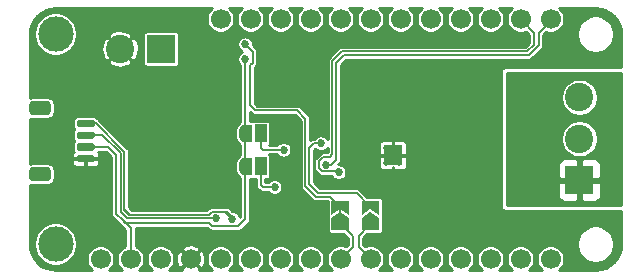
<source format=gbr>
%TF.GenerationSoftware,KiCad,Pcbnew,(5.1.6-0-10_14)*%
%TF.CreationDate,2021-10-24T22:13:31-07:00*%
%TF.ProjectId,Motor_Tester_DRV8830_Wing,4d6f746f-725f-4546-9573-7465725f4452,v01*%
%TF.SameCoordinates,Original*%
%TF.FileFunction,Copper,L2,Bot*%
%TF.FilePolarity,Positive*%
%FSLAX46Y46*%
G04 Gerber Fmt 4.6, Leading zero omitted, Abs format (unit mm)*
G04 Created by KiCad (PCBNEW (5.1.6-0-10_14)) date 2021-10-24 22:13:31*
%MOMM*%
%LPD*%
G01*
G04 APERTURE LIST*
%TA.AperFunction,SMDPad,CuDef*%
%ADD10R,1.000000X1.500000*%
%TD*%
%TA.AperFunction,SMDPad,CuDef*%
%ADD11C,0.100000*%
%TD*%
%TA.AperFunction,ComponentPad*%
%ADD12C,1.700000*%
%TD*%
%TA.AperFunction,ComponentPad*%
%ADD13C,3.000000*%
%TD*%
%TA.AperFunction,ComponentPad*%
%ADD14R,2.400000X2.400000*%
%TD*%
%TA.AperFunction,ComponentPad*%
%ADD15C,2.400000*%
%TD*%
%TA.AperFunction,ViaPad*%
%ADD16C,0.500000*%
%TD*%
%TA.AperFunction,Conductor*%
%ADD17R,1.600000X1.800000*%
%TD*%
%TA.AperFunction,ViaPad*%
%ADD18C,0.685800*%
%TD*%
%TA.AperFunction,Conductor*%
%ADD19C,0.152400*%
%TD*%
%TA.AperFunction,Conductor*%
%ADD20C,0.254000*%
%TD*%
%TA.AperFunction,Conductor*%
%ADD21C,0.203200*%
%TD*%
G04 APERTURE END LIST*
D10*
%TO.P,JP3,2*%
%TO.N,Net-(JP3-Pad2)*%
X146900000Y-87150000D03*
%TA.AperFunction,SMDPad,CuDef*%
D11*
%TO.P,JP3,3*%
%TO.N,+3V3*%
G36*
X145600000Y-87899398D02*
G01*
X145575466Y-87899398D01*
X145526635Y-87894588D01*
X145478510Y-87885016D01*
X145431555Y-87870772D01*
X145386222Y-87851995D01*
X145342949Y-87828864D01*
X145302150Y-87801604D01*
X145264221Y-87770476D01*
X145229524Y-87735779D01*
X145198396Y-87697850D01*
X145171136Y-87657051D01*
X145148005Y-87613778D01*
X145129228Y-87568445D01*
X145114984Y-87521490D01*
X145105412Y-87473365D01*
X145100602Y-87424534D01*
X145100602Y-87400000D01*
X145100000Y-87400000D01*
X145100000Y-86900000D01*
X145100602Y-86900000D01*
X145100602Y-86875466D01*
X145105412Y-86826635D01*
X145114984Y-86778510D01*
X145129228Y-86731555D01*
X145148005Y-86686222D01*
X145171136Y-86642949D01*
X145198396Y-86602150D01*
X145229524Y-86564221D01*
X145264221Y-86529524D01*
X145302150Y-86498396D01*
X145342949Y-86471136D01*
X145386222Y-86448005D01*
X145431555Y-86429228D01*
X145478510Y-86414984D01*
X145526635Y-86405412D01*
X145575466Y-86400602D01*
X145600000Y-86400602D01*
X145600000Y-86400000D01*
X146150000Y-86400000D01*
X146150000Y-87900000D01*
X145600000Y-87900000D01*
X145600000Y-87899398D01*
G37*
%TD.AperFunction*%
%TA.AperFunction,SMDPad,CuDef*%
%TO.P,JP3,1*%
%TO.N,GND*%
G36*
X147650000Y-86400000D02*
G01*
X148200000Y-86400000D01*
X148200000Y-86400602D01*
X148224534Y-86400602D01*
X148273365Y-86405412D01*
X148321490Y-86414984D01*
X148368445Y-86429228D01*
X148413778Y-86448005D01*
X148457051Y-86471136D01*
X148497850Y-86498396D01*
X148535779Y-86529524D01*
X148570476Y-86564221D01*
X148601604Y-86602150D01*
X148628864Y-86642949D01*
X148651995Y-86686222D01*
X148670772Y-86731555D01*
X148685016Y-86778510D01*
X148694588Y-86826635D01*
X148699398Y-86875466D01*
X148699398Y-86900000D01*
X148700000Y-86900000D01*
X148700000Y-87400000D01*
X148699398Y-87400000D01*
X148699398Y-87424534D01*
X148694588Y-87473365D01*
X148685016Y-87521490D01*
X148670772Y-87568445D01*
X148651995Y-87613778D01*
X148628864Y-87657051D01*
X148601604Y-87697850D01*
X148570476Y-87735779D01*
X148535779Y-87770476D01*
X148497850Y-87801604D01*
X148457051Y-87828864D01*
X148413778Y-87851995D01*
X148368445Y-87870772D01*
X148321490Y-87885016D01*
X148273365Y-87894588D01*
X148224534Y-87899398D01*
X148200000Y-87899398D01*
X148200000Y-87900000D01*
X147650000Y-87900000D01*
X147650000Y-86400000D01*
G37*
%TD.AperFunction*%
%TD*%
D10*
%TO.P,JP4,2*%
%TO.N,Net-(JP4-Pad2)*%
X146900000Y-89950000D03*
%TA.AperFunction,SMDPad,CuDef*%
D11*
%TO.P,JP4,3*%
%TO.N,+3V3*%
G36*
X145600000Y-90699398D02*
G01*
X145575466Y-90699398D01*
X145526635Y-90694588D01*
X145478510Y-90685016D01*
X145431555Y-90670772D01*
X145386222Y-90651995D01*
X145342949Y-90628864D01*
X145302150Y-90601604D01*
X145264221Y-90570476D01*
X145229524Y-90535779D01*
X145198396Y-90497850D01*
X145171136Y-90457051D01*
X145148005Y-90413778D01*
X145129228Y-90368445D01*
X145114984Y-90321490D01*
X145105412Y-90273365D01*
X145100602Y-90224534D01*
X145100602Y-90200000D01*
X145100000Y-90200000D01*
X145100000Y-89700000D01*
X145100602Y-89700000D01*
X145100602Y-89675466D01*
X145105412Y-89626635D01*
X145114984Y-89578510D01*
X145129228Y-89531555D01*
X145148005Y-89486222D01*
X145171136Y-89442949D01*
X145198396Y-89402150D01*
X145229524Y-89364221D01*
X145264221Y-89329524D01*
X145302150Y-89298396D01*
X145342949Y-89271136D01*
X145386222Y-89248005D01*
X145431555Y-89229228D01*
X145478510Y-89214984D01*
X145526635Y-89205412D01*
X145575466Y-89200602D01*
X145600000Y-89200602D01*
X145600000Y-89200000D01*
X146150000Y-89200000D01*
X146150000Y-90700000D01*
X145600000Y-90700000D01*
X145600000Y-90699398D01*
G37*
%TD.AperFunction*%
%TA.AperFunction,SMDPad,CuDef*%
%TO.P,JP4,1*%
%TO.N,GND*%
G36*
X147650000Y-89200000D02*
G01*
X148200000Y-89200000D01*
X148200000Y-89200602D01*
X148224534Y-89200602D01*
X148273365Y-89205412D01*
X148321490Y-89214984D01*
X148368445Y-89229228D01*
X148413778Y-89248005D01*
X148457051Y-89271136D01*
X148497850Y-89298396D01*
X148535779Y-89329524D01*
X148570476Y-89364221D01*
X148601604Y-89402150D01*
X148628864Y-89442949D01*
X148651995Y-89486222D01*
X148670772Y-89531555D01*
X148685016Y-89578510D01*
X148694588Y-89626635D01*
X148699398Y-89675466D01*
X148699398Y-89700000D01*
X148700000Y-89700000D01*
X148700000Y-90200000D01*
X148699398Y-90200000D01*
X148699398Y-90224534D01*
X148694588Y-90273365D01*
X148685016Y-90321490D01*
X148670772Y-90368445D01*
X148651995Y-90413778D01*
X148628864Y-90457051D01*
X148601604Y-90497850D01*
X148570476Y-90535779D01*
X148535779Y-90570476D01*
X148497850Y-90601604D01*
X148457051Y-90628864D01*
X148413778Y-90651995D01*
X148368445Y-90670772D01*
X148321490Y-90685016D01*
X148273365Y-90694588D01*
X148224534Y-90699398D01*
X148200000Y-90699398D01*
X148200000Y-90700000D01*
X147650000Y-90700000D01*
X147650000Y-89200000D01*
G37*
%TD.AperFunction*%
%TD*%
%TA.AperFunction,SMDPad,CuDef*%
%TO.P,JP1,1*%
%TO.N,/C_MON_A4*%
G36*
X153650000Y-93825000D02*
G01*
X154400000Y-94325000D01*
X154400000Y-95325000D01*
X152900000Y-95325000D01*
X152900000Y-94325000D01*
X153650000Y-93825000D01*
G37*
%TD.AperFunction*%
%TA.AperFunction,SMDPad,CuDef*%
%TO.P,JP1,2*%
G36*
X154400000Y-92875000D02*
G01*
X154400000Y-94025000D01*
X153650000Y-93525000D01*
X152900000Y-94025000D01*
X152900000Y-92875000D01*
X154400000Y-92875000D01*
G37*
%TD.AperFunction*%
%TD*%
%TA.AperFunction,SMDPad,CuDef*%
%TO.P,JP2,1*%
%TO.N,/M_FAULT*%
G36*
X156200000Y-93825000D02*
G01*
X156950000Y-94325000D01*
X156950000Y-95325000D01*
X155450000Y-95325000D01*
X155450000Y-94325000D01*
X156200000Y-93825000D01*
G37*
%TD.AperFunction*%
%TA.AperFunction,SMDPad,CuDef*%
%TO.P,JP2,2*%
%TO.N,Net-(JP2-Pad2)*%
G36*
X156950000Y-92875000D02*
G01*
X156950000Y-94025000D01*
X156200000Y-93525000D01*
X155450000Y-94025000D01*
X155450000Y-92875000D01*
X156950000Y-92875000D01*
G37*
%TD.AperFunction*%
%TD*%
D12*
%TO.P,M1,1*%
%TO.N,Net-(M1-Pad1)*%
X133350000Y-97790000D03*
%TO.P,M1,2*%
%TO.N,+3V3*%
X135890000Y-97790000D03*
%TO.P,M1,3*%
%TO.N,Net-(M1-Pad3)*%
X138430000Y-97790000D03*
%TO.P,M1,4*%
%TO.N,GND*%
X140970000Y-97790000D03*
%TO.P,M1,5*%
%TO.N,Net-(M1-Pad5)*%
X143510000Y-97790000D03*
%TO.P,M1,6*%
%TO.N,Net-(M1-Pad6)*%
X146050000Y-97790000D03*
%TO.P,M1,7*%
%TO.N,Net-(M1-Pad7)*%
X148590000Y-97790000D03*
%TO.P,M1,8*%
%TO.N,Net-(M1-Pad8)*%
X151130000Y-97790000D03*
%TO.P,M1,9*%
%TO.N,/C_MON_A4*%
X153670000Y-97790000D03*
%TO.P,M1,10*%
%TO.N,/M_FAULT*%
X156210000Y-97790000D03*
%TO.P,M1,11*%
%TO.N,Net-(M1-Pad11)*%
X158750000Y-97790000D03*
%TO.P,M1,12*%
%TO.N,Net-(M1-Pad12)*%
X161290000Y-97790000D03*
%TO.P,M1,13*%
%TO.N,Net-(M1-Pad13)*%
X163830000Y-97790000D03*
%TO.P,M1,14*%
%TO.N,/SENSOR_RX*%
X166370000Y-97790000D03*
%TO.P,M1,15*%
%TO.N,/SENSOR_TX*%
X168910000Y-97790000D03*
%TO.P,M1,16*%
%TO.N,Net-(M1-Pad16)*%
X171450000Y-97790000D03*
%TO.P,M1,17*%
%TO.N,Net-(M1-Pad17)*%
X143510000Y-77470000D03*
%TO.P,M1,18*%
%TO.N,Net-(M1-Pad18)*%
X146050000Y-77470000D03*
%TO.P,M1,19*%
%TO.N,Net-(M1-Pad19)*%
X148590000Y-77470000D03*
%TO.P,M1,20*%
%TO.N,Net-(M1-Pad20)*%
X151130000Y-77470000D03*
%TO.P,M1,21*%
%TO.N,Net-(M1-Pad21)*%
X153670000Y-77470000D03*
%TO.P,M1,22*%
%TO.N,Net-(M1-Pad22)*%
X156210000Y-77470000D03*
%TO.P,M1,23*%
%TO.N,Net-(M1-Pad23)*%
X158750000Y-77470000D03*
%TO.P,M1,24*%
%TO.N,Net-(M1-Pad24)*%
X161290000Y-77470000D03*
%TO.P,M1,25*%
%TO.N,Net-(M1-Pad25)*%
X163830000Y-77470000D03*
%TO.P,M1,26*%
%TO.N,Net-(M1-Pad26)*%
X166370000Y-77470000D03*
%TO.P,M1,27*%
%TO.N,/SCL*%
X168910000Y-77470000D03*
%TO.P,M1,28*%
%TO.N,/SDA*%
X171450000Y-77470000D03*
D13*
%TO.P,M1,*%
%TO.N,*%
X129540000Y-96520000D03*
X129540000Y-78740000D03*
%TD*%
D14*
%TO.P,J1,1*%
%TO.N,/PWR_IN*%
X138500000Y-80000000D03*
D15*
%TO.P,J1,2*%
%TO.N,GND*%
X135000000Y-80000000D03*
%TD*%
%TO.P,J2,1*%
%TO.N,GND*%
%TA.AperFunction,SMDPad,CuDef*%
G36*
G01*
X132725000Y-89600000D02*
X131475000Y-89600000D01*
G75*
G02*
X131325000Y-89450000I0J150000D01*
G01*
X131325000Y-89150000D01*
G75*
G02*
X131475000Y-89000000I150000J0D01*
G01*
X132725000Y-89000000D01*
G75*
G02*
X132875000Y-89150000I0J-150000D01*
G01*
X132875000Y-89450000D01*
G75*
G02*
X132725000Y-89600000I-150000J0D01*
G01*
G37*
%TD.AperFunction*%
%TO.P,J2,2*%
%TO.N,+3V3*%
%TA.AperFunction,SMDPad,CuDef*%
G36*
G01*
X132725000Y-88600000D02*
X131475000Y-88600000D01*
G75*
G02*
X131325000Y-88450000I0J150000D01*
G01*
X131325000Y-88150000D01*
G75*
G02*
X131475000Y-88000000I150000J0D01*
G01*
X132725000Y-88000000D01*
G75*
G02*
X132875000Y-88150000I0J-150000D01*
G01*
X132875000Y-88450000D01*
G75*
G02*
X132725000Y-88600000I-150000J0D01*
G01*
G37*
%TD.AperFunction*%
%TO.P,J2,3*%
%TO.N,/SENSOR_RX*%
%TA.AperFunction,SMDPad,CuDef*%
G36*
G01*
X132725000Y-87600000D02*
X131475000Y-87600000D01*
G75*
G02*
X131325000Y-87450000I0J150000D01*
G01*
X131325000Y-87150000D01*
G75*
G02*
X131475000Y-87000000I150000J0D01*
G01*
X132725000Y-87000000D01*
G75*
G02*
X132875000Y-87150000I0J-150000D01*
G01*
X132875000Y-87450000D01*
G75*
G02*
X132725000Y-87600000I-150000J0D01*
G01*
G37*
%TD.AperFunction*%
%TO.P,J2,4*%
%TO.N,/SENSOR_TX*%
%TA.AperFunction,SMDPad,CuDef*%
G36*
G01*
X132725000Y-86600000D02*
X131475000Y-86600000D01*
G75*
G02*
X131325000Y-86450000I0J150000D01*
G01*
X131325000Y-86150000D01*
G75*
G02*
X131475000Y-86000000I150000J0D01*
G01*
X132725000Y-86000000D01*
G75*
G02*
X132875000Y-86150000I0J-150000D01*
G01*
X132875000Y-86450000D01*
G75*
G02*
X132725000Y-86600000I-150000J0D01*
G01*
G37*
%TD.AperFunction*%
%TO.P,J2,MP*%
%TO.N,N/C*%
%TA.AperFunction,SMDPad,CuDef*%
G36*
G01*
X128875001Y-91200000D02*
X127574999Y-91200000D01*
G75*
G02*
X127325000Y-90950001I0J249999D01*
G01*
X127325000Y-90249999D01*
G75*
G02*
X127574999Y-90000000I249999J0D01*
G01*
X128875001Y-90000000D01*
G75*
G02*
X129125000Y-90249999I0J-249999D01*
G01*
X129125000Y-90950001D01*
G75*
G02*
X128875001Y-91200000I-249999J0D01*
G01*
G37*
%TD.AperFunction*%
%TA.AperFunction,SMDPad,CuDef*%
G36*
G01*
X128875001Y-85600000D02*
X127574999Y-85600000D01*
G75*
G02*
X127325000Y-85350001I0J249999D01*
G01*
X127325000Y-84649999D01*
G75*
G02*
X127574999Y-84400000I249999J0D01*
G01*
X128875001Y-84400000D01*
G75*
G02*
X129125000Y-84649999I0J-249999D01*
G01*
X129125000Y-85350001D01*
G75*
G02*
X128875001Y-85600000I-249999J0D01*
G01*
G37*
%TD.AperFunction*%
%TD*%
D14*
%TO.P,J3,1*%
%TO.N,/M_SHIELD*%
X173900000Y-91100000D03*
D15*
%TO.P,J3,2*%
%TO.N,/M_OUT_2*%
X173900000Y-87600000D03*
%TO.P,J3,3*%
%TO.N,/M_OUT_1*%
X173900000Y-84100000D03*
%TD*%
D16*
%TO.N,GND*%
%TO.C,U2*%
X158650000Y-89650000D03*
X157550000Y-89650000D03*
X158650000Y-88350000D03*
X157550000Y-88350000D03*
D17*
X158100000Y-89000000D03*
%TD*%
D18*
%TO.N,GND*%
X129540000Y-92710000D03*
X129540000Y-82550000D03*
X133477000Y-82550000D03*
X133477000Y-77343000D03*
X135890000Y-77343000D03*
X135890000Y-82550000D03*
X165862000Y-82550000D03*
X165862000Y-85344000D03*
X152654000Y-79502000D03*
X143510000Y-91440000D03*
X137160000Y-91821000D03*
X157056666Y-91567000D03*
X155067000Y-91567000D03*
X159046332Y-91567000D03*
X161036000Y-91567000D03*
X159046332Y-86614000D03*
X155067000Y-86614000D03*
X161036000Y-86614000D03*
X157056666Y-86614000D03*
X166624000Y-92456000D03*
X172847000Y-95250000D03*
X172720000Y-80010000D03*
X142240000Y-96393000D03*
X139700000Y-96393000D03*
X147320000Y-94488000D03*
%TO.N,Net-(JP4-Pad2)*%
X148082000Y-91694000D03*
%TO.N,Net-(JP3-Pad2)*%
X148844000Y-88519000D03*
%TO.N,+3V3*%
X145595000Y-80865000D03*
%TO.N,/SCL*%
X153500000Y-90450000D03*
%TO.N,/SDA*%
X152400000Y-89800000D03*
%TO.N,/M_SHIELD*%
X176911000Y-92456000D03*
X176911000Y-82550000D03*
X171450000Y-82677000D03*
X171450000Y-92456000D03*
X176911000Y-87630000D03*
%TO.N,/SENSOR_RX*%
X143129000Y-94350000D03*
%TO.N,/SENSOR_TX*%
X144500000Y-94361000D03*
%TO.N,/C_MON_A4*%
X145595000Y-79595000D03*
%TO.N,Net-(JP2-Pad2)*%
X152000000Y-88000000D03*
%TD*%
D19*
%TO.N,Net-(JP3-Pad2)*%
X146900000Y-88052400D02*
X146900000Y-87150000D01*
X148844000Y-88519000D02*
X147366600Y-88519000D01*
X148844000Y-88519000D02*
X147066000Y-88519000D01*
X146900000Y-88353000D02*
X146900000Y-87150000D01*
X147066000Y-88519000D02*
X146900000Y-88353000D01*
%TO.N,Net-(JP4-Pad2)*%
X148082000Y-91694000D02*
X147066000Y-91694000D01*
X146900000Y-91528000D02*
X146900000Y-89950000D01*
X147066000Y-91694000D02*
X146900000Y-91528000D01*
D20*
%TO.N,+3V3*%
X135890000Y-97409000D02*
X135890000Y-97790000D01*
X135890000Y-97337374D02*
X135890000Y-97790000D01*
D21*
X145587500Y-80872500D02*
X145595000Y-80865000D01*
X145587500Y-89962500D02*
X145600000Y-89950000D01*
X145600000Y-89950000D02*
X145600000Y-87150000D01*
X145600000Y-80870000D02*
X145595000Y-80865000D01*
X145600000Y-87150000D02*
X145600000Y-80870000D01*
X132100000Y-88300000D02*
X133968990Y-88300000D01*
X133968990Y-88300000D02*
X134668990Y-89000000D01*
X145021299Y-95008701D02*
X145600000Y-94430000D01*
X142829103Y-95008701D02*
X145021299Y-95008701D01*
X142551412Y-94731010D02*
X142829103Y-95008701D01*
X136916990Y-94731010D02*
X142551412Y-94731010D01*
X145600000Y-94430000D02*
X145600000Y-89950000D01*
X134668990Y-93957819D02*
X134668990Y-93266990D01*
X136916990Y-94731010D02*
X135442181Y-94731010D01*
X134668990Y-89000000D02*
X134668990Y-93266990D01*
X135890000Y-95178828D02*
X135227086Y-94515914D01*
X135890000Y-97790000D02*
X135890000Y-95178828D01*
X135227086Y-94515914D02*
X134668990Y-93957819D01*
X135442181Y-94731010D02*
X135227086Y-94515914D01*
D19*
%TO.N,/SCL*%
X151828499Y-90074321D02*
X151828499Y-89525679D01*
X151828499Y-90074321D02*
X152125679Y-90371501D01*
X153421501Y-90371501D02*
X153500000Y-90450000D01*
X152125679Y-90371501D02*
X153421501Y-90371501D01*
X151828499Y-89525679D02*
X152204178Y-89150000D01*
X152975000Y-88925000D02*
X152975000Y-87175000D01*
X152204178Y-89150000D02*
X152750000Y-89150000D01*
X152750000Y-89150000D02*
X152975000Y-88925000D01*
X152975000Y-87175000D02*
X152975000Y-88025000D01*
X170053000Y-78613000D02*
X168910000Y-77470000D01*
X153797743Y-80213191D02*
X169468810Y-80213190D01*
X170053000Y-79629000D02*
X170053000Y-78613000D01*
X169468810Y-80213190D02*
X170053000Y-79629000D01*
X152975000Y-81035934D02*
X153797743Y-80213191D01*
X152975000Y-87175000D02*
X152975000Y-81035934D01*
%TO.N,/SDA*%
X153279810Y-89420190D02*
X152900000Y-89800000D01*
X153279810Y-81162190D02*
X153279810Y-89420190D01*
X152900000Y-89800000D02*
X152400000Y-89800000D01*
X170434000Y-79679066D02*
X169595066Y-80518000D01*
X153924000Y-80518000D02*
X153279810Y-81162190D01*
X169595066Y-80518000D02*
X153924000Y-80518000D01*
X170434000Y-79679066D02*
X170434000Y-78613000D01*
X171450000Y-77597000D02*
X171450000Y-77470000D01*
X170434000Y-78613000D02*
X171450000Y-77597000D01*
%TO.N,/SENSOR_RX*%
X135600000Y-94350000D02*
X143050000Y-94350000D01*
X133507818Y-87300000D02*
X135050000Y-88842182D01*
X135050000Y-93800000D02*
X135600000Y-94350000D01*
X132100000Y-87300000D02*
X133507818Y-87300000D01*
X135625000Y-94350000D02*
X135050000Y-93775000D01*
X143129000Y-94350000D02*
X135625000Y-94350000D01*
X135050000Y-93775000D02*
X135050000Y-93169000D01*
X135050000Y-93169000D02*
X135050000Y-93800000D01*
X135050000Y-88842182D02*
X135050000Y-93169000D01*
%TO.N,/SENSOR_TX*%
X135795190Y-94045190D02*
X142508988Y-94045190D01*
X144028499Y-93778499D02*
X144500000Y-94250000D01*
X135354810Y-93604810D02*
X135795190Y-94045190D01*
X135354810Y-88715926D02*
X135354810Y-93604810D01*
X132938884Y-86300000D02*
X135354810Y-88715926D01*
X142775679Y-93778499D02*
X144028499Y-93778499D01*
X132100000Y-86300000D02*
X132938884Y-86300000D01*
X142775679Y-93778499D02*
X142508988Y-94045190D01*
X143917499Y-93778499D02*
X142775679Y-93778499D01*
X144500000Y-94361000D02*
X143917499Y-93778499D01*
X135828190Y-94045190D02*
X135354810Y-93571810D01*
X142508988Y-94045190D02*
X135828190Y-94045190D01*
%TO.N,/M_FAULT*%
X156200000Y-94825000D02*
X155194000Y-95831000D01*
X155194000Y-95831000D02*
X155194000Y-96774000D01*
X155194000Y-96774000D02*
X156210000Y-97790000D01*
%TO.N,/C_MON_A4*%
X153650000Y-94825000D02*
X153650000Y-93375000D01*
X154686000Y-95861000D02*
X154686000Y-96774000D01*
X154686000Y-96774000D02*
X153670000Y-97790000D01*
X153650000Y-94825000D02*
X154686000Y-95861000D01*
X146217301Y-80217301D02*
X145595000Y-79595000D01*
X146450000Y-85200000D02*
X145981010Y-84731010D01*
X150000000Y-85200000D02*
X146450000Y-85200000D01*
X150700000Y-85900000D02*
X150000000Y-85200000D01*
X145981010Y-84731010D02*
X145981010Y-81399996D01*
X150700000Y-91631066D02*
X150700000Y-85900000D01*
X146217301Y-81163705D02*
X146217301Y-80217301D01*
X145981010Y-81399996D02*
X146217301Y-81163705D01*
X151575744Y-92506810D02*
X150700000Y-91631066D01*
X152781810Y-92506810D02*
X151575744Y-92506810D01*
X153650000Y-93375000D02*
X152781810Y-92506810D01*
%TO.N,Net-(M1-Pad22)*%
X156307000Y-77567000D02*
X156210000Y-77470000D01*
%TO.N,Net-(M1-Pad23)*%
X158750000Y-77470000D02*
X158750000Y-77978000D01*
%TO.N,Net-(M1-Pad24)*%
X161290000Y-77470000D02*
X161290000Y-77724000D01*
%TO.N,Net-(M1-Pad25)*%
X163860000Y-77500000D02*
X163830000Y-77470000D01*
%TO.N,Net-(JP2-Pad2)*%
X152000000Y-88000000D02*
X152000000Y-88000000D01*
X151400000Y-88000000D02*
X152000000Y-88000000D01*
X151004810Y-88395190D02*
X151400000Y-88000000D01*
X151004810Y-91441810D02*
X151004810Y-88395190D01*
X151765000Y-92202000D02*
X151004810Y-91441810D01*
X155027000Y-92202000D02*
X151765000Y-92202000D01*
X156200000Y-93375000D02*
X155027000Y-92202000D01*
%TD*%
D20*
%TO.N,/M_SHIELD*%
G36*
X177394000Y-93218000D02*
G01*
X167767000Y-93218000D01*
X167767000Y-92300000D01*
X172061928Y-92300000D01*
X172074188Y-92424482D01*
X172110498Y-92544180D01*
X172169463Y-92654494D01*
X172248815Y-92751185D01*
X172345506Y-92830537D01*
X172455820Y-92889502D01*
X172575518Y-92925812D01*
X172700000Y-92938072D01*
X173614250Y-92935000D01*
X173773000Y-92776250D01*
X173773000Y-91227000D01*
X174027000Y-91227000D01*
X174027000Y-92776250D01*
X174185750Y-92935000D01*
X175100000Y-92938072D01*
X175224482Y-92925812D01*
X175344180Y-92889502D01*
X175454494Y-92830537D01*
X175551185Y-92751185D01*
X175630537Y-92654494D01*
X175689502Y-92544180D01*
X175725812Y-92424482D01*
X175738072Y-92300000D01*
X175735000Y-91385750D01*
X175576250Y-91227000D01*
X174027000Y-91227000D01*
X173773000Y-91227000D01*
X172223750Y-91227000D01*
X172065000Y-91385750D01*
X172061928Y-92300000D01*
X167767000Y-92300000D01*
X167767000Y-89900000D01*
X172061928Y-89900000D01*
X172065000Y-90814250D01*
X172223750Y-90973000D01*
X173773000Y-90973000D01*
X173773000Y-89423750D01*
X174027000Y-89423750D01*
X174027000Y-90973000D01*
X175576250Y-90973000D01*
X175735000Y-90814250D01*
X175738072Y-89900000D01*
X175725812Y-89775518D01*
X175689502Y-89655820D01*
X175630537Y-89545506D01*
X175551185Y-89448815D01*
X175454494Y-89369463D01*
X175344180Y-89310498D01*
X175224482Y-89274188D01*
X175100000Y-89261928D01*
X174185750Y-89265000D01*
X174027000Y-89423750D01*
X173773000Y-89423750D01*
X173614250Y-89265000D01*
X172700000Y-89261928D01*
X172575518Y-89274188D01*
X172455820Y-89310498D01*
X172345506Y-89369463D01*
X172248815Y-89448815D01*
X172169463Y-89545506D01*
X172110498Y-89655820D01*
X172074188Y-89775518D01*
X172061928Y-89900000D01*
X167767000Y-89900000D01*
X167767000Y-87444285D01*
X172319000Y-87444285D01*
X172319000Y-87755715D01*
X172379757Y-88061161D01*
X172498936Y-88348884D01*
X172671957Y-88607829D01*
X172892171Y-88828043D01*
X173151116Y-89001064D01*
X173438839Y-89120243D01*
X173744285Y-89181000D01*
X174055715Y-89181000D01*
X174361161Y-89120243D01*
X174648884Y-89001064D01*
X174907829Y-88828043D01*
X175128043Y-88607829D01*
X175301064Y-88348884D01*
X175420243Y-88061161D01*
X175481000Y-87755715D01*
X175481000Y-87444285D01*
X175420243Y-87138839D01*
X175301064Y-86851116D01*
X175128043Y-86592171D01*
X174907829Y-86371957D01*
X174648884Y-86198936D01*
X174361161Y-86079757D01*
X174055715Y-86019000D01*
X173744285Y-86019000D01*
X173438839Y-86079757D01*
X173151116Y-86198936D01*
X172892171Y-86371957D01*
X172671957Y-86592171D01*
X172498936Y-86851116D01*
X172379757Y-87138839D01*
X172319000Y-87444285D01*
X167767000Y-87444285D01*
X167767000Y-83944285D01*
X172319000Y-83944285D01*
X172319000Y-84255715D01*
X172379757Y-84561161D01*
X172498936Y-84848884D01*
X172671957Y-85107829D01*
X172892171Y-85328043D01*
X173151116Y-85501064D01*
X173438839Y-85620243D01*
X173744285Y-85681000D01*
X174055715Y-85681000D01*
X174361161Y-85620243D01*
X174648884Y-85501064D01*
X174907829Y-85328043D01*
X175128043Y-85107829D01*
X175301064Y-84848884D01*
X175420243Y-84561161D01*
X175481000Y-84255715D01*
X175481000Y-83944285D01*
X175420243Y-83638839D01*
X175301064Y-83351116D01*
X175128043Y-83092171D01*
X174907829Y-82871957D01*
X174648884Y-82698936D01*
X174361161Y-82579757D01*
X174055715Y-82519000D01*
X173744285Y-82519000D01*
X173438839Y-82579757D01*
X173151116Y-82698936D01*
X172892171Y-82871957D01*
X172671957Y-83092171D01*
X172498936Y-83351116D01*
X172379757Y-83638839D01*
X172319000Y-83944285D01*
X167767000Y-83944285D01*
X167767000Y-82042000D01*
X177394001Y-82042000D01*
X177394000Y-93218000D01*
G37*
X177394000Y-93218000D02*
X167767000Y-93218000D01*
X167767000Y-92300000D01*
X172061928Y-92300000D01*
X172074188Y-92424482D01*
X172110498Y-92544180D01*
X172169463Y-92654494D01*
X172248815Y-92751185D01*
X172345506Y-92830537D01*
X172455820Y-92889502D01*
X172575518Y-92925812D01*
X172700000Y-92938072D01*
X173614250Y-92935000D01*
X173773000Y-92776250D01*
X173773000Y-91227000D01*
X174027000Y-91227000D01*
X174027000Y-92776250D01*
X174185750Y-92935000D01*
X175100000Y-92938072D01*
X175224482Y-92925812D01*
X175344180Y-92889502D01*
X175454494Y-92830537D01*
X175551185Y-92751185D01*
X175630537Y-92654494D01*
X175689502Y-92544180D01*
X175725812Y-92424482D01*
X175738072Y-92300000D01*
X175735000Y-91385750D01*
X175576250Y-91227000D01*
X174027000Y-91227000D01*
X173773000Y-91227000D01*
X172223750Y-91227000D01*
X172065000Y-91385750D01*
X172061928Y-92300000D01*
X167767000Y-92300000D01*
X167767000Y-89900000D01*
X172061928Y-89900000D01*
X172065000Y-90814250D01*
X172223750Y-90973000D01*
X173773000Y-90973000D01*
X173773000Y-89423750D01*
X174027000Y-89423750D01*
X174027000Y-90973000D01*
X175576250Y-90973000D01*
X175735000Y-90814250D01*
X175738072Y-89900000D01*
X175725812Y-89775518D01*
X175689502Y-89655820D01*
X175630537Y-89545506D01*
X175551185Y-89448815D01*
X175454494Y-89369463D01*
X175344180Y-89310498D01*
X175224482Y-89274188D01*
X175100000Y-89261928D01*
X174185750Y-89265000D01*
X174027000Y-89423750D01*
X173773000Y-89423750D01*
X173614250Y-89265000D01*
X172700000Y-89261928D01*
X172575518Y-89274188D01*
X172455820Y-89310498D01*
X172345506Y-89369463D01*
X172248815Y-89448815D01*
X172169463Y-89545506D01*
X172110498Y-89655820D01*
X172074188Y-89775518D01*
X172061928Y-89900000D01*
X167767000Y-89900000D01*
X167767000Y-87444285D01*
X172319000Y-87444285D01*
X172319000Y-87755715D01*
X172379757Y-88061161D01*
X172498936Y-88348884D01*
X172671957Y-88607829D01*
X172892171Y-88828043D01*
X173151116Y-89001064D01*
X173438839Y-89120243D01*
X173744285Y-89181000D01*
X174055715Y-89181000D01*
X174361161Y-89120243D01*
X174648884Y-89001064D01*
X174907829Y-88828043D01*
X175128043Y-88607829D01*
X175301064Y-88348884D01*
X175420243Y-88061161D01*
X175481000Y-87755715D01*
X175481000Y-87444285D01*
X175420243Y-87138839D01*
X175301064Y-86851116D01*
X175128043Y-86592171D01*
X174907829Y-86371957D01*
X174648884Y-86198936D01*
X174361161Y-86079757D01*
X174055715Y-86019000D01*
X173744285Y-86019000D01*
X173438839Y-86079757D01*
X173151116Y-86198936D01*
X172892171Y-86371957D01*
X172671957Y-86592171D01*
X172498936Y-86851116D01*
X172379757Y-87138839D01*
X172319000Y-87444285D01*
X167767000Y-87444285D01*
X167767000Y-83944285D01*
X172319000Y-83944285D01*
X172319000Y-84255715D01*
X172379757Y-84561161D01*
X172498936Y-84848884D01*
X172671957Y-85107829D01*
X172892171Y-85328043D01*
X173151116Y-85501064D01*
X173438839Y-85620243D01*
X173744285Y-85681000D01*
X174055715Y-85681000D01*
X174361161Y-85620243D01*
X174648884Y-85501064D01*
X174907829Y-85328043D01*
X175128043Y-85107829D01*
X175301064Y-84848884D01*
X175420243Y-84561161D01*
X175481000Y-84255715D01*
X175481000Y-83944285D01*
X175420243Y-83638839D01*
X175301064Y-83351116D01*
X175128043Y-83092171D01*
X174907829Y-82871957D01*
X174648884Y-82698936D01*
X174361161Y-82579757D01*
X174055715Y-82519000D01*
X173744285Y-82519000D01*
X173438839Y-82579757D01*
X173151116Y-82698936D01*
X172892171Y-82871957D01*
X172671957Y-83092171D01*
X172498936Y-83351116D01*
X172379757Y-83638839D01*
X172319000Y-83944285D01*
X167767000Y-83944285D01*
X167767000Y-82042000D01*
X177394001Y-82042000D01*
X177394000Y-93218000D01*
%TO.N,GND*%
G36*
X146148522Y-85473259D02*
G01*
X146161242Y-85488758D01*
X146176740Y-85501477D01*
X146176745Y-85501482D01*
X146197746Y-85518717D01*
X146223124Y-85539544D01*
X146262248Y-85560456D01*
X146293725Y-85577281D01*
X146370331Y-85600519D01*
X146378335Y-85601307D01*
X146430040Y-85606400D01*
X146430046Y-85606400D01*
X146449999Y-85608365D01*
X146469952Y-85606400D01*
X149831664Y-85606400D01*
X150293601Y-86068337D01*
X150293600Y-91611113D01*
X150291635Y-91631066D01*
X150293600Y-91651019D01*
X150293600Y-91651025D01*
X150295340Y-91668686D01*
X150299481Y-91710734D01*
X150305498Y-91730568D01*
X150322719Y-91787340D01*
X150360456Y-91857941D01*
X150411242Y-91919824D01*
X150426746Y-91932548D01*
X151274266Y-92780069D01*
X151286986Y-92795568D01*
X151302484Y-92808287D01*
X151302489Y-92808292D01*
X151323490Y-92825527D01*
X151348868Y-92846354D01*
X151402461Y-92875000D01*
X151419469Y-92884091D01*
X151496075Y-92907329D01*
X151504079Y-92908117D01*
X151555784Y-92913210D01*
X151555790Y-92913210D01*
X151575743Y-92915175D01*
X151595696Y-92913210D01*
X152568202Y-92913210D01*
X152568202Y-94025000D01*
X152574510Y-94089390D01*
X152593326Y-94151653D01*
X152605770Y-94174993D01*
X152593459Y-94198026D01*
X152574577Y-94260269D01*
X152568202Y-94325000D01*
X152568202Y-95325000D01*
X152574577Y-95389731D01*
X152593459Y-95451974D01*
X152624120Y-95509337D01*
X152665383Y-95559617D01*
X152715663Y-95600880D01*
X152773026Y-95631541D01*
X152835269Y-95650423D01*
X152900000Y-95656798D01*
X153907062Y-95656798D01*
X154279600Y-96029336D01*
X154279601Y-96605662D01*
X154166885Y-96718378D01*
X154014252Y-96655155D01*
X153786240Y-96609800D01*
X153553760Y-96609800D01*
X153325748Y-96655155D01*
X153110966Y-96744121D01*
X152917667Y-96873279D01*
X152753279Y-97037667D01*
X152624121Y-97230966D01*
X152535155Y-97445748D01*
X152489800Y-97673760D01*
X152489800Y-97906240D01*
X152535155Y-98134252D01*
X152624121Y-98349034D01*
X152753279Y-98542333D01*
X152915746Y-98704800D01*
X151884254Y-98704800D01*
X152046721Y-98542333D01*
X152175879Y-98349034D01*
X152264845Y-98134252D01*
X152310200Y-97906240D01*
X152310200Y-97673760D01*
X152264845Y-97445748D01*
X152175879Y-97230966D01*
X152046721Y-97037667D01*
X151882333Y-96873279D01*
X151689034Y-96744121D01*
X151474252Y-96655155D01*
X151246240Y-96609800D01*
X151013760Y-96609800D01*
X150785748Y-96655155D01*
X150570966Y-96744121D01*
X150377667Y-96873279D01*
X150213279Y-97037667D01*
X150084121Y-97230966D01*
X149995155Y-97445748D01*
X149949800Y-97673760D01*
X149949800Y-97906240D01*
X149995155Y-98134252D01*
X150084121Y-98349034D01*
X150213279Y-98542333D01*
X150375746Y-98704800D01*
X149344254Y-98704800D01*
X149506721Y-98542333D01*
X149635879Y-98349034D01*
X149724845Y-98134252D01*
X149770200Y-97906240D01*
X149770200Y-97673760D01*
X149724845Y-97445748D01*
X149635879Y-97230966D01*
X149506721Y-97037667D01*
X149342333Y-96873279D01*
X149149034Y-96744121D01*
X148934252Y-96655155D01*
X148706240Y-96609800D01*
X148473760Y-96609800D01*
X148245748Y-96655155D01*
X148030966Y-96744121D01*
X147837667Y-96873279D01*
X147673279Y-97037667D01*
X147544121Y-97230966D01*
X147455155Y-97445748D01*
X147409800Y-97673760D01*
X147409800Y-97906240D01*
X147455155Y-98134252D01*
X147544121Y-98349034D01*
X147673279Y-98542333D01*
X147835746Y-98704800D01*
X146804254Y-98704800D01*
X146966721Y-98542333D01*
X147095879Y-98349034D01*
X147184845Y-98134252D01*
X147230200Y-97906240D01*
X147230200Y-97673760D01*
X147184845Y-97445748D01*
X147095879Y-97230966D01*
X146966721Y-97037667D01*
X146802333Y-96873279D01*
X146609034Y-96744121D01*
X146394252Y-96655155D01*
X146166240Y-96609800D01*
X145933760Y-96609800D01*
X145705748Y-96655155D01*
X145490966Y-96744121D01*
X145297667Y-96873279D01*
X145133279Y-97037667D01*
X145004121Y-97230966D01*
X144915155Y-97445748D01*
X144869800Y-97673760D01*
X144869800Y-97906240D01*
X144915155Y-98134252D01*
X145004121Y-98349034D01*
X145133279Y-98542333D01*
X145295746Y-98704800D01*
X144264254Y-98704800D01*
X144426721Y-98542333D01*
X144555879Y-98349034D01*
X144644845Y-98134252D01*
X144690200Y-97906240D01*
X144690200Y-97673760D01*
X144644845Y-97445748D01*
X144555879Y-97230966D01*
X144426721Y-97037667D01*
X144262333Y-96873279D01*
X144069034Y-96744121D01*
X143854252Y-96655155D01*
X143626240Y-96609800D01*
X143393760Y-96609800D01*
X143165748Y-96655155D01*
X142950966Y-96744121D01*
X142757667Y-96873279D01*
X142593279Y-97037667D01*
X142464121Y-97230966D01*
X142375155Y-97445748D01*
X142329800Y-97673760D01*
X142329800Y-97906240D01*
X142375155Y-98134252D01*
X142464121Y-98349034D01*
X142593279Y-98542333D01*
X142755746Y-98704800D01*
X141720126Y-98704800D01*
X141759147Y-98615068D01*
X140970000Y-97825921D01*
X140180853Y-98615068D01*
X140219874Y-98704800D01*
X139184254Y-98704800D01*
X139346721Y-98542333D01*
X139475879Y-98349034D01*
X139564845Y-98134252D01*
X139610200Y-97906240D01*
X139610200Y-97766828D01*
X139733262Y-97766828D01*
X139752504Y-98008549D01*
X139818535Y-98241871D01*
X139928815Y-98457828D01*
X139954563Y-98496362D01*
X140144932Y-98579147D01*
X140934079Y-97790000D01*
X141005921Y-97790000D01*
X141795068Y-98579147D01*
X141985437Y-98496362D01*
X142103730Y-98284688D01*
X142178454Y-98054003D01*
X142206738Y-97813172D01*
X142187496Y-97571451D01*
X142121465Y-97338129D01*
X142011185Y-97122172D01*
X141985437Y-97083638D01*
X141795068Y-97000853D01*
X141005921Y-97790000D01*
X140934079Y-97790000D01*
X140144932Y-97000853D01*
X139954563Y-97083638D01*
X139836270Y-97295312D01*
X139761546Y-97525997D01*
X139733262Y-97766828D01*
X139610200Y-97766828D01*
X139610200Y-97673760D01*
X139564845Y-97445748D01*
X139475879Y-97230966D01*
X139346721Y-97037667D01*
X139273986Y-96964932D01*
X140180853Y-96964932D01*
X140970000Y-97754079D01*
X141759147Y-96964932D01*
X141676362Y-96774563D01*
X141464688Y-96656270D01*
X141234003Y-96581546D01*
X140993172Y-96553262D01*
X140751451Y-96572504D01*
X140518129Y-96638535D01*
X140302172Y-96748815D01*
X140263638Y-96774563D01*
X140180853Y-96964932D01*
X139273986Y-96964932D01*
X139182333Y-96873279D01*
X138989034Y-96744121D01*
X138774252Y-96655155D01*
X138546240Y-96609800D01*
X138313760Y-96609800D01*
X138085748Y-96655155D01*
X137870966Y-96744121D01*
X137677667Y-96873279D01*
X137513279Y-97037667D01*
X137384121Y-97230966D01*
X137295155Y-97445748D01*
X137249800Y-97673760D01*
X137249800Y-97906240D01*
X137295155Y-98134252D01*
X137384121Y-98349034D01*
X137513279Y-98542333D01*
X137675746Y-98704800D01*
X136644254Y-98704800D01*
X136806721Y-98542333D01*
X136935879Y-98349034D01*
X137024845Y-98134252D01*
X137070200Y-97906240D01*
X137070200Y-97673760D01*
X137024845Y-97445748D01*
X136935879Y-97230966D01*
X136806721Y-97037667D01*
X136642333Y-96873279D01*
X136449034Y-96744121D01*
X136321800Y-96691419D01*
X136321800Y-95200038D01*
X136323889Y-95178828D01*
X136322311Y-95162810D01*
X142372556Y-95162810D01*
X142508772Y-95299027D01*
X142522297Y-95315507D01*
X142588047Y-95369467D01*
X142663061Y-95409562D01*
X142706153Y-95422634D01*
X142744454Y-95434253D01*
X142753049Y-95435099D01*
X142807893Y-95440501D01*
X142807899Y-95440501D01*
X142829102Y-95442589D01*
X142850305Y-95440501D01*
X145000089Y-95440501D01*
X145021299Y-95442590D01*
X145042509Y-95440501D01*
X145105947Y-95434253D01*
X145187341Y-95409562D01*
X145262355Y-95369467D01*
X145328105Y-95315507D01*
X145341634Y-95299022D01*
X145890328Y-94750329D01*
X145906806Y-94736806D01*
X145960766Y-94671056D01*
X146000861Y-94596042D01*
X146025552Y-94514648D01*
X146031800Y-94451210D01*
X146031800Y-94451209D01*
X146033889Y-94430000D01*
X146031800Y-94408790D01*
X146031800Y-91031798D01*
X146150000Y-91031798D01*
X146214731Y-91025423D01*
X146275002Y-91007139D01*
X146335270Y-91025422D01*
X146400000Y-91031797D01*
X146493600Y-91031797D01*
X146493600Y-91508047D01*
X146491635Y-91528000D01*
X146493600Y-91547953D01*
X146493600Y-91547959D01*
X146493939Y-91551398D01*
X146499481Y-91607668D01*
X146522719Y-91684274D01*
X146560456Y-91754875D01*
X146611242Y-91816758D01*
X146626747Y-91829483D01*
X146764514Y-91967249D01*
X146777242Y-91982758D01*
X146839124Y-92033544D01*
X146909725Y-92071281D01*
X146963093Y-92087470D01*
X146986331Y-92094519D01*
X146994335Y-92095307D01*
X147046040Y-92100400D01*
X147046046Y-92100400D01*
X147065999Y-92102365D01*
X147085952Y-92100400D01*
X147544017Y-92100400D01*
X147559169Y-92123076D01*
X147652924Y-92216831D01*
X147763168Y-92290494D01*
X147885664Y-92341233D01*
X148015705Y-92367100D01*
X148148295Y-92367100D01*
X148278336Y-92341233D01*
X148400832Y-92290494D01*
X148511076Y-92216831D01*
X148604831Y-92123076D01*
X148678494Y-92012832D01*
X148729233Y-91890336D01*
X148755100Y-91760295D01*
X148755100Y-91627705D01*
X148729233Y-91497664D01*
X148678494Y-91375168D01*
X148604831Y-91264924D01*
X148511076Y-91171169D01*
X148400832Y-91097506D01*
X148278336Y-91046767D01*
X148148295Y-91020900D01*
X148015705Y-91020900D01*
X147885664Y-91046767D01*
X147763168Y-91097506D01*
X147652924Y-91171169D01*
X147559169Y-91264924D01*
X147544017Y-91287600D01*
X147306400Y-91287600D01*
X147306400Y-91031797D01*
X147400000Y-91031797D01*
X147464730Y-91025422D01*
X147526973Y-91006540D01*
X147584337Y-90975879D01*
X147634616Y-90934616D01*
X147675879Y-90884337D01*
X147706540Y-90826973D01*
X147725422Y-90764730D01*
X147731797Y-90700000D01*
X147731797Y-89200000D01*
X147725422Y-89135270D01*
X147706540Y-89073027D01*
X147675879Y-89015663D01*
X147634616Y-88965384D01*
X147585895Y-88925400D01*
X148306017Y-88925400D01*
X148321169Y-88948076D01*
X148414924Y-89041831D01*
X148525168Y-89115494D01*
X148647664Y-89166233D01*
X148777705Y-89192100D01*
X148910295Y-89192100D01*
X149040336Y-89166233D01*
X149162832Y-89115494D01*
X149273076Y-89041831D01*
X149366831Y-88948076D01*
X149440494Y-88837832D01*
X149491233Y-88715336D01*
X149517100Y-88585295D01*
X149517100Y-88452705D01*
X149491233Y-88322664D01*
X149440494Y-88200168D01*
X149366831Y-88089924D01*
X149273076Y-87996169D01*
X149162832Y-87922506D01*
X149040336Y-87871767D01*
X148910295Y-87845900D01*
X148777705Y-87845900D01*
X148647664Y-87871767D01*
X148525168Y-87922506D01*
X148414924Y-87996169D01*
X148321169Y-88089924D01*
X148306017Y-88112600D01*
X147652684Y-88112600D01*
X147675879Y-88084337D01*
X147706540Y-88026973D01*
X147725422Y-87964730D01*
X147731797Y-87900000D01*
X147731797Y-86400000D01*
X147725422Y-86335270D01*
X147706540Y-86273027D01*
X147675879Y-86215663D01*
X147634616Y-86165384D01*
X147584337Y-86124121D01*
X147526973Y-86093460D01*
X147464730Y-86074578D01*
X147400000Y-86068203D01*
X146400000Y-86068203D01*
X146335270Y-86074578D01*
X146275002Y-86092861D01*
X146214731Y-86074577D01*
X146150000Y-86068202D01*
X146031800Y-86068202D01*
X146031800Y-85356537D01*
X146148522Y-85473259D01*
G37*
X146148522Y-85473259D02*
X146161242Y-85488758D01*
X146176740Y-85501477D01*
X146176745Y-85501482D01*
X146197746Y-85518717D01*
X146223124Y-85539544D01*
X146262248Y-85560456D01*
X146293725Y-85577281D01*
X146370331Y-85600519D01*
X146378335Y-85601307D01*
X146430040Y-85606400D01*
X146430046Y-85606400D01*
X146449999Y-85608365D01*
X146469952Y-85606400D01*
X149831664Y-85606400D01*
X150293601Y-86068337D01*
X150293600Y-91611113D01*
X150291635Y-91631066D01*
X150293600Y-91651019D01*
X150293600Y-91651025D01*
X150295340Y-91668686D01*
X150299481Y-91710734D01*
X150305498Y-91730568D01*
X150322719Y-91787340D01*
X150360456Y-91857941D01*
X150411242Y-91919824D01*
X150426746Y-91932548D01*
X151274266Y-92780069D01*
X151286986Y-92795568D01*
X151302484Y-92808287D01*
X151302489Y-92808292D01*
X151323490Y-92825527D01*
X151348868Y-92846354D01*
X151402461Y-92875000D01*
X151419469Y-92884091D01*
X151496075Y-92907329D01*
X151504079Y-92908117D01*
X151555784Y-92913210D01*
X151555790Y-92913210D01*
X151575743Y-92915175D01*
X151595696Y-92913210D01*
X152568202Y-92913210D01*
X152568202Y-94025000D01*
X152574510Y-94089390D01*
X152593326Y-94151653D01*
X152605770Y-94174993D01*
X152593459Y-94198026D01*
X152574577Y-94260269D01*
X152568202Y-94325000D01*
X152568202Y-95325000D01*
X152574577Y-95389731D01*
X152593459Y-95451974D01*
X152624120Y-95509337D01*
X152665383Y-95559617D01*
X152715663Y-95600880D01*
X152773026Y-95631541D01*
X152835269Y-95650423D01*
X152900000Y-95656798D01*
X153907062Y-95656798D01*
X154279600Y-96029336D01*
X154279601Y-96605662D01*
X154166885Y-96718378D01*
X154014252Y-96655155D01*
X153786240Y-96609800D01*
X153553760Y-96609800D01*
X153325748Y-96655155D01*
X153110966Y-96744121D01*
X152917667Y-96873279D01*
X152753279Y-97037667D01*
X152624121Y-97230966D01*
X152535155Y-97445748D01*
X152489800Y-97673760D01*
X152489800Y-97906240D01*
X152535155Y-98134252D01*
X152624121Y-98349034D01*
X152753279Y-98542333D01*
X152915746Y-98704800D01*
X151884254Y-98704800D01*
X152046721Y-98542333D01*
X152175879Y-98349034D01*
X152264845Y-98134252D01*
X152310200Y-97906240D01*
X152310200Y-97673760D01*
X152264845Y-97445748D01*
X152175879Y-97230966D01*
X152046721Y-97037667D01*
X151882333Y-96873279D01*
X151689034Y-96744121D01*
X151474252Y-96655155D01*
X151246240Y-96609800D01*
X151013760Y-96609800D01*
X150785748Y-96655155D01*
X150570966Y-96744121D01*
X150377667Y-96873279D01*
X150213279Y-97037667D01*
X150084121Y-97230966D01*
X149995155Y-97445748D01*
X149949800Y-97673760D01*
X149949800Y-97906240D01*
X149995155Y-98134252D01*
X150084121Y-98349034D01*
X150213279Y-98542333D01*
X150375746Y-98704800D01*
X149344254Y-98704800D01*
X149506721Y-98542333D01*
X149635879Y-98349034D01*
X149724845Y-98134252D01*
X149770200Y-97906240D01*
X149770200Y-97673760D01*
X149724845Y-97445748D01*
X149635879Y-97230966D01*
X149506721Y-97037667D01*
X149342333Y-96873279D01*
X149149034Y-96744121D01*
X148934252Y-96655155D01*
X148706240Y-96609800D01*
X148473760Y-96609800D01*
X148245748Y-96655155D01*
X148030966Y-96744121D01*
X147837667Y-96873279D01*
X147673279Y-97037667D01*
X147544121Y-97230966D01*
X147455155Y-97445748D01*
X147409800Y-97673760D01*
X147409800Y-97906240D01*
X147455155Y-98134252D01*
X147544121Y-98349034D01*
X147673279Y-98542333D01*
X147835746Y-98704800D01*
X146804254Y-98704800D01*
X146966721Y-98542333D01*
X147095879Y-98349034D01*
X147184845Y-98134252D01*
X147230200Y-97906240D01*
X147230200Y-97673760D01*
X147184845Y-97445748D01*
X147095879Y-97230966D01*
X146966721Y-97037667D01*
X146802333Y-96873279D01*
X146609034Y-96744121D01*
X146394252Y-96655155D01*
X146166240Y-96609800D01*
X145933760Y-96609800D01*
X145705748Y-96655155D01*
X145490966Y-96744121D01*
X145297667Y-96873279D01*
X145133279Y-97037667D01*
X145004121Y-97230966D01*
X144915155Y-97445748D01*
X144869800Y-97673760D01*
X144869800Y-97906240D01*
X144915155Y-98134252D01*
X145004121Y-98349034D01*
X145133279Y-98542333D01*
X145295746Y-98704800D01*
X144264254Y-98704800D01*
X144426721Y-98542333D01*
X144555879Y-98349034D01*
X144644845Y-98134252D01*
X144690200Y-97906240D01*
X144690200Y-97673760D01*
X144644845Y-97445748D01*
X144555879Y-97230966D01*
X144426721Y-97037667D01*
X144262333Y-96873279D01*
X144069034Y-96744121D01*
X143854252Y-96655155D01*
X143626240Y-96609800D01*
X143393760Y-96609800D01*
X143165748Y-96655155D01*
X142950966Y-96744121D01*
X142757667Y-96873279D01*
X142593279Y-97037667D01*
X142464121Y-97230966D01*
X142375155Y-97445748D01*
X142329800Y-97673760D01*
X142329800Y-97906240D01*
X142375155Y-98134252D01*
X142464121Y-98349034D01*
X142593279Y-98542333D01*
X142755746Y-98704800D01*
X141720126Y-98704800D01*
X141759147Y-98615068D01*
X140970000Y-97825921D01*
X140180853Y-98615068D01*
X140219874Y-98704800D01*
X139184254Y-98704800D01*
X139346721Y-98542333D01*
X139475879Y-98349034D01*
X139564845Y-98134252D01*
X139610200Y-97906240D01*
X139610200Y-97766828D01*
X139733262Y-97766828D01*
X139752504Y-98008549D01*
X139818535Y-98241871D01*
X139928815Y-98457828D01*
X139954563Y-98496362D01*
X140144932Y-98579147D01*
X140934079Y-97790000D01*
X141005921Y-97790000D01*
X141795068Y-98579147D01*
X141985437Y-98496362D01*
X142103730Y-98284688D01*
X142178454Y-98054003D01*
X142206738Y-97813172D01*
X142187496Y-97571451D01*
X142121465Y-97338129D01*
X142011185Y-97122172D01*
X141985437Y-97083638D01*
X141795068Y-97000853D01*
X141005921Y-97790000D01*
X140934079Y-97790000D01*
X140144932Y-97000853D01*
X139954563Y-97083638D01*
X139836270Y-97295312D01*
X139761546Y-97525997D01*
X139733262Y-97766828D01*
X139610200Y-97766828D01*
X139610200Y-97673760D01*
X139564845Y-97445748D01*
X139475879Y-97230966D01*
X139346721Y-97037667D01*
X139273986Y-96964932D01*
X140180853Y-96964932D01*
X140970000Y-97754079D01*
X141759147Y-96964932D01*
X141676362Y-96774563D01*
X141464688Y-96656270D01*
X141234003Y-96581546D01*
X140993172Y-96553262D01*
X140751451Y-96572504D01*
X140518129Y-96638535D01*
X140302172Y-96748815D01*
X140263638Y-96774563D01*
X140180853Y-96964932D01*
X139273986Y-96964932D01*
X139182333Y-96873279D01*
X138989034Y-96744121D01*
X138774252Y-96655155D01*
X138546240Y-96609800D01*
X138313760Y-96609800D01*
X138085748Y-96655155D01*
X137870966Y-96744121D01*
X137677667Y-96873279D01*
X137513279Y-97037667D01*
X137384121Y-97230966D01*
X137295155Y-97445748D01*
X137249800Y-97673760D01*
X137249800Y-97906240D01*
X137295155Y-98134252D01*
X137384121Y-98349034D01*
X137513279Y-98542333D01*
X137675746Y-98704800D01*
X136644254Y-98704800D01*
X136806721Y-98542333D01*
X136935879Y-98349034D01*
X137024845Y-98134252D01*
X137070200Y-97906240D01*
X137070200Y-97673760D01*
X137024845Y-97445748D01*
X136935879Y-97230966D01*
X136806721Y-97037667D01*
X136642333Y-96873279D01*
X136449034Y-96744121D01*
X136321800Y-96691419D01*
X136321800Y-95200038D01*
X136323889Y-95178828D01*
X136322311Y-95162810D01*
X142372556Y-95162810D01*
X142508772Y-95299027D01*
X142522297Y-95315507D01*
X142588047Y-95369467D01*
X142663061Y-95409562D01*
X142706153Y-95422634D01*
X142744454Y-95434253D01*
X142753049Y-95435099D01*
X142807893Y-95440501D01*
X142807899Y-95440501D01*
X142829102Y-95442589D01*
X142850305Y-95440501D01*
X145000089Y-95440501D01*
X145021299Y-95442590D01*
X145042509Y-95440501D01*
X145105947Y-95434253D01*
X145187341Y-95409562D01*
X145262355Y-95369467D01*
X145328105Y-95315507D01*
X145341634Y-95299022D01*
X145890328Y-94750329D01*
X145906806Y-94736806D01*
X145960766Y-94671056D01*
X146000861Y-94596042D01*
X146025552Y-94514648D01*
X146031800Y-94451210D01*
X146031800Y-94451209D01*
X146033889Y-94430000D01*
X146031800Y-94408790D01*
X146031800Y-91031798D01*
X146150000Y-91031798D01*
X146214731Y-91025423D01*
X146275002Y-91007139D01*
X146335270Y-91025422D01*
X146400000Y-91031797D01*
X146493600Y-91031797D01*
X146493600Y-91508047D01*
X146491635Y-91528000D01*
X146493600Y-91547953D01*
X146493600Y-91547959D01*
X146493939Y-91551398D01*
X146499481Y-91607668D01*
X146522719Y-91684274D01*
X146560456Y-91754875D01*
X146611242Y-91816758D01*
X146626747Y-91829483D01*
X146764514Y-91967249D01*
X146777242Y-91982758D01*
X146839124Y-92033544D01*
X146909725Y-92071281D01*
X146963093Y-92087470D01*
X146986331Y-92094519D01*
X146994335Y-92095307D01*
X147046040Y-92100400D01*
X147046046Y-92100400D01*
X147065999Y-92102365D01*
X147085952Y-92100400D01*
X147544017Y-92100400D01*
X147559169Y-92123076D01*
X147652924Y-92216831D01*
X147763168Y-92290494D01*
X147885664Y-92341233D01*
X148015705Y-92367100D01*
X148148295Y-92367100D01*
X148278336Y-92341233D01*
X148400832Y-92290494D01*
X148511076Y-92216831D01*
X148604831Y-92123076D01*
X148678494Y-92012832D01*
X148729233Y-91890336D01*
X148755100Y-91760295D01*
X148755100Y-91627705D01*
X148729233Y-91497664D01*
X148678494Y-91375168D01*
X148604831Y-91264924D01*
X148511076Y-91171169D01*
X148400832Y-91097506D01*
X148278336Y-91046767D01*
X148148295Y-91020900D01*
X148015705Y-91020900D01*
X147885664Y-91046767D01*
X147763168Y-91097506D01*
X147652924Y-91171169D01*
X147559169Y-91264924D01*
X147544017Y-91287600D01*
X147306400Y-91287600D01*
X147306400Y-91031797D01*
X147400000Y-91031797D01*
X147464730Y-91025422D01*
X147526973Y-91006540D01*
X147584337Y-90975879D01*
X147634616Y-90934616D01*
X147675879Y-90884337D01*
X147706540Y-90826973D01*
X147725422Y-90764730D01*
X147731797Y-90700000D01*
X147731797Y-89200000D01*
X147725422Y-89135270D01*
X147706540Y-89073027D01*
X147675879Y-89015663D01*
X147634616Y-88965384D01*
X147585895Y-88925400D01*
X148306017Y-88925400D01*
X148321169Y-88948076D01*
X148414924Y-89041831D01*
X148525168Y-89115494D01*
X148647664Y-89166233D01*
X148777705Y-89192100D01*
X148910295Y-89192100D01*
X149040336Y-89166233D01*
X149162832Y-89115494D01*
X149273076Y-89041831D01*
X149366831Y-88948076D01*
X149440494Y-88837832D01*
X149491233Y-88715336D01*
X149517100Y-88585295D01*
X149517100Y-88452705D01*
X149491233Y-88322664D01*
X149440494Y-88200168D01*
X149366831Y-88089924D01*
X149273076Y-87996169D01*
X149162832Y-87922506D01*
X149040336Y-87871767D01*
X148910295Y-87845900D01*
X148777705Y-87845900D01*
X148647664Y-87871767D01*
X148525168Y-87922506D01*
X148414924Y-87996169D01*
X148321169Y-88089924D01*
X148306017Y-88112600D01*
X147652684Y-88112600D01*
X147675879Y-88084337D01*
X147706540Y-88026973D01*
X147725422Y-87964730D01*
X147731797Y-87900000D01*
X147731797Y-86400000D01*
X147725422Y-86335270D01*
X147706540Y-86273027D01*
X147675879Y-86215663D01*
X147634616Y-86165384D01*
X147584337Y-86124121D01*
X147526973Y-86093460D01*
X147464730Y-86074578D01*
X147400000Y-86068203D01*
X146400000Y-86068203D01*
X146335270Y-86074578D01*
X146275002Y-86092861D01*
X146214731Y-86074577D01*
X146150000Y-86068202D01*
X146031800Y-86068202D01*
X146031800Y-85356537D01*
X146148522Y-85473259D01*
G36*
X142593279Y-76717667D02*
G01*
X142464121Y-76910966D01*
X142375155Y-77125748D01*
X142329800Y-77353760D01*
X142329800Y-77586240D01*
X142375155Y-77814252D01*
X142464121Y-78029034D01*
X142593279Y-78222333D01*
X142757667Y-78386721D01*
X142950966Y-78515879D01*
X143165748Y-78604845D01*
X143393760Y-78650200D01*
X143626240Y-78650200D01*
X143854252Y-78604845D01*
X144069034Y-78515879D01*
X144262333Y-78386721D01*
X144426721Y-78222333D01*
X144555879Y-78029034D01*
X144644845Y-77814252D01*
X144690200Y-77586240D01*
X144690200Y-77353760D01*
X144644845Y-77125748D01*
X144555879Y-76910966D01*
X144426721Y-76717667D01*
X144264254Y-76555200D01*
X145295746Y-76555200D01*
X145133279Y-76717667D01*
X145004121Y-76910966D01*
X144915155Y-77125748D01*
X144869800Y-77353760D01*
X144869800Y-77586240D01*
X144915155Y-77814252D01*
X145004121Y-78029034D01*
X145133279Y-78222333D01*
X145297667Y-78386721D01*
X145490966Y-78515879D01*
X145705748Y-78604845D01*
X145933760Y-78650200D01*
X146166240Y-78650200D01*
X146394252Y-78604845D01*
X146609034Y-78515879D01*
X146802333Y-78386721D01*
X146966721Y-78222333D01*
X147095879Y-78029034D01*
X147184845Y-77814252D01*
X147230200Y-77586240D01*
X147230200Y-77353760D01*
X147184845Y-77125748D01*
X147095879Y-76910966D01*
X146966721Y-76717667D01*
X146804254Y-76555200D01*
X147835746Y-76555200D01*
X147673279Y-76717667D01*
X147544121Y-76910966D01*
X147455155Y-77125748D01*
X147409800Y-77353760D01*
X147409800Y-77586240D01*
X147455155Y-77814252D01*
X147544121Y-78029034D01*
X147673279Y-78222333D01*
X147837667Y-78386721D01*
X148030966Y-78515879D01*
X148245748Y-78604845D01*
X148473760Y-78650200D01*
X148706240Y-78650200D01*
X148934252Y-78604845D01*
X149149034Y-78515879D01*
X149342333Y-78386721D01*
X149506721Y-78222333D01*
X149635879Y-78029034D01*
X149724845Y-77814252D01*
X149770200Y-77586240D01*
X149770200Y-77353760D01*
X149724845Y-77125748D01*
X149635879Y-76910966D01*
X149506721Y-76717667D01*
X149344254Y-76555200D01*
X150375746Y-76555200D01*
X150213279Y-76717667D01*
X150084121Y-76910966D01*
X149995155Y-77125748D01*
X149949800Y-77353760D01*
X149949800Y-77586240D01*
X149995155Y-77814252D01*
X150084121Y-78029034D01*
X150213279Y-78222333D01*
X150377667Y-78386721D01*
X150570966Y-78515879D01*
X150785748Y-78604845D01*
X151013760Y-78650200D01*
X151246240Y-78650200D01*
X151474252Y-78604845D01*
X151689034Y-78515879D01*
X151882333Y-78386721D01*
X152046721Y-78222333D01*
X152175879Y-78029034D01*
X152264845Y-77814252D01*
X152310200Y-77586240D01*
X152310200Y-77353760D01*
X152264845Y-77125748D01*
X152175879Y-76910966D01*
X152046721Y-76717667D01*
X151884254Y-76555200D01*
X152915746Y-76555200D01*
X152753279Y-76717667D01*
X152624121Y-76910966D01*
X152535155Y-77125748D01*
X152489800Y-77353760D01*
X152489800Y-77586240D01*
X152535155Y-77814252D01*
X152624121Y-78029034D01*
X152753279Y-78222333D01*
X152917667Y-78386721D01*
X153110966Y-78515879D01*
X153325748Y-78604845D01*
X153553760Y-78650200D01*
X153786240Y-78650200D01*
X154014252Y-78604845D01*
X154229034Y-78515879D01*
X154422333Y-78386721D01*
X154586721Y-78222333D01*
X154715879Y-78029034D01*
X154804845Y-77814252D01*
X154850200Y-77586240D01*
X154850200Y-77353760D01*
X154804845Y-77125748D01*
X154715879Y-76910966D01*
X154586721Y-76717667D01*
X154424254Y-76555200D01*
X155455746Y-76555200D01*
X155293279Y-76717667D01*
X155164121Y-76910966D01*
X155075155Y-77125748D01*
X155029800Y-77353760D01*
X155029800Y-77586240D01*
X155075155Y-77814252D01*
X155164121Y-78029034D01*
X155293279Y-78222333D01*
X155457667Y-78386721D01*
X155650966Y-78515879D01*
X155865748Y-78604845D01*
X156093760Y-78650200D01*
X156326240Y-78650200D01*
X156554252Y-78604845D01*
X156769034Y-78515879D01*
X156962333Y-78386721D01*
X157126721Y-78222333D01*
X157255879Y-78029034D01*
X157344845Y-77814252D01*
X157390200Y-77586240D01*
X157390200Y-77353760D01*
X157344845Y-77125748D01*
X157255879Y-76910966D01*
X157126721Y-76717667D01*
X156964254Y-76555200D01*
X157995746Y-76555200D01*
X157833279Y-76717667D01*
X157704121Y-76910966D01*
X157615155Y-77125748D01*
X157569800Y-77353760D01*
X157569800Y-77586240D01*
X157615155Y-77814252D01*
X157704121Y-78029034D01*
X157833279Y-78222333D01*
X157997667Y-78386721D01*
X158190966Y-78515879D01*
X158405748Y-78604845D01*
X158633760Y-78650200D01*
X158866240Y-78650200D01*
X159094252Y-78604845D01*
X159309034Y-78515879D01*
X159502333Y-78386721D01*
X159666721Y-78222333D01*
X159795879Y-78029034D01*
X159884845Y-77814252D01*
X159930200Y-77586240D01*
X159930200Y-77353760D01*
X159884845Y-77125748D01*
X159795879Y-76910966D01*
X159666721Y-76717667D01*
X159504254Y-76555200D01*
X160535746Y-76555200D01*
X160373279Y-76717667D01*
X160244121Y-76910966D01*
X160155155Y-77125748D01*
X160109800Y-77353760D01*
X160109800Y-77586240D01*
X160155155Y-77814252D01*
X160244121Y-78029034D01*
X160373279Y-78222333D01*
X160537667Y-78386721D01*
X160730966Y-78515879D01*
X160945748Y-78604845D01*
X161173760Y-78650200D01*
X161406240Y-78650200D01*
X161634252Y-78604845D01*
X161849034Y-78515879D01*
X162042333Y-78386721D01*
X162206721Y-78222333D01*
X162335879Y-78029034D01*
X162424845Y-77814252D01*
X162470200Y-77586240D01*
X162470200Y-77353760D01*
X162424845Y-77125748D01*
X162335879Y-76910966D01*
X162206721Y-76717667D01*
X162044254Y-76555200D01*
X163075746Y-76555200D01*
X162913279Y-76717667D01*
X162784121Y-76910966D01*
X162695155Y-77125748D01*
X162649800Y-77353760D01*
X162649800Y-77586240D01*
X162695155Y-77814252D01*
X162784121Y-78029034D01*
X162913279Y-78222333D01*
X163077667Y-78386721D01*
X163270966Y-78515879D01*
X163485748Y-78604845D01*
X163713760Y-78650200D01*
X163946240Y-78650200D01*
X164174252Y-78604845D01*
X164389034Y-78515879D01*
X164582333Y-78386721D01*
X164746721Y-78222333D01*
X164875879Y-78029034D01*
X164964845Y-77814252D01*
X165010200Y-77586240D01*
X165010200Y-77353760D01*
X164964845Y-77125748D01*
X164875879Y-76910966D01*
X164746721Y-76717667D01*
X164584254Y-76555200D01*
X165615746Y-76555200D01*
X165453279Y-76717667D01*
X165324121Y-76910966D01*
X165235155Y-77125748D01*
X165189800Y-77353760D01*
X165189800Y-77586240D01*
X165235155Y-77814252D01*
X165324121Y-78029034D01*
X165453279Y-78222333D01*
X165617667Y-78386721D01*
X165810966Y-78515879D01*
X166025748Y-78604845D01*
X166253760Y-78650200D01*
X166486240Y-78650200D01*
X166714252Y-78604845D01*
X166929034Y-78515879D01*
X167122333Y-78386721D01*
X167286721Y-78222333D01*
X167415879Y-78029034D01*
X167504845Y-77814252D01*
X167550200Y-77586240D01*
X167550200Y-77353760D01*
X167504845Y-77125748D01*
X167415879Y-76910966D01*
X167286721Y-76717667D01*
X167124254Y-76555200D01*
X168155746Y-76555200D01*
X167993279Y-76717667D01*
X167864121Y-76910966D01*
X167775155Y-77125748D01*
X167729800Y-77353760D01*
X167729800Y-77586240D01*
X167775155Y-77814252D01*
X167864121Y-78029034D01*
X167993279Y-78222333D01*
X168157667Y-78386721D01*
X168350966Y-78515879D01*
X168565748Y-78604845D01*
X168793760Y-78650200D01*
X169026240Y-78650200D01*
X169254252Y-78604845D01*
X169406886Y-78541622D01*
X169646601Y-78781337D01*
X169646600Y-79460664D01*
X169300474Y-79806790D01*
X153817705Y-79806792D01*
X153797742Y-79804826D01*
X153718074Y-79812672D01*
X153641467Y-79835911D01*
X153570866Y-79873648D01*
X153524488Y-79911710D01*
X153524483Y-79911715D01*
X153508985Y-79924434D01*
X153496266Y-79939932D01*
X152701741Y-80734457D01*
X152686243Y-80747176D01*
X152673524Y-80762674D01*
X152673518Y-80762680D01*
X152652860Y-80787853D01*
X152635457Y-80809058D01*
X152628194Y-80822646D01*
X152597719Y-80879660D01*
X152574481Y-80956266D01*
X152566635Y-81035934D01*
X152568601Y-81055897D01*
X152568600Y-87155040D01*
X152568600Y-87155041D01*
X152568601Y-87609872D01*
X152568601Y-87639423D01*
X152522831Y-87570924D01*
X152429076Y-87477169D01*
X152318832Y-87403506D01*
X152196336Y-87352767D01*
X152066295Y-87326900D01*
X151933705Y-87326900D01*
X151803664Y-87352767D01*
X151681168Y-87403506D01*
X151570924Y-87477169D01*
X151477169Y-87570924D01*
X151462017Y-87593600D01*
X151419952Y-87593600D01*
X151399999Y-87591635D01*
X151380046Y-87593600D01*
X151380040Y-87593600D01*
X151328335Y-87598693D01*
X151320331Y-87599481D01*
X151243725Y-87622719D01*
X151173124Y-87660456D01*
X151158919Y-87672114D01*
X151126745Y-87698518D01*
X151126740Y-87698523D01*
X151111242Y-87711242D01*
X151106400Y-87717142D01*
X151106400Y-85919952D01*
X151108365Y-85899999D01*
X151106400Y-85880046D01*
X151106400Y-85880040D01*
X151100519Y-85820332D01*
X151077281Y-85743725D01*
X151039544Y-85673124D01*
X150988758Y-85611242D01*
X150973254Y-85598518D01*
X150301481Y-84926745D01*
X150288758Y-84911242D01*
X150226876Y-84860456D01*
X150156275Y-84822719D01*
X150079668Y-84799481D01*
X150019960Y-84793600D01*
X150019953Y-84793600D01*
X150000000Y-84791635D01*
X149980047Y-84793600D01*
X146618337Y-84793600D01*
X146387410Y-84562674D01*
X146387410Y-81568332D01*
X146490556Y-81465186D01*
X146506059Y-81452463D01*
X146556845Y-81390581D01*
X146594582Y-81319980D01*
X146611342Y-81264730D01*
X146617820Y-81243374D01*
X146622092Y-81200000D01*
X146623701Y-81183665D01*
X146623701Y-81183658D01*
X146625666Y-81163705D01*
X146623701Y-81143752D01*
X146623701Y-80237254D01*
X146625666Y-80217301D01*
X146623701Y-80197348D01*
X146623701Y-80197341D01*
X146617820Y-80137633D01*
X146594582Y-80061026D01*
X146556845Y-79990425D01*
X146534352Y-79963018D01*
X146518783Y-79944046D01*
X146518778Y-79944041D01*
X146506059Y-79928543D01*
X146490560Y-79915823D01*
X146262779Y-79688043D01*
X146268100Y-79661295D01*
X146268100Y-79528705D01*
X146242233Y-79398664D01*
X146191494Y-79276168D01*
X146117831Y-79165924D01*
X146024076Y-79072169D01*
X145913832Y-78998506D01*
X145791336Y-78947767D01*
X145661295Y-78921900D01*
X145528705Y-78921900D01*
X145398664Y-78947767D01*
X145276168Y-78998506D01*
X145165924Y-79072169D01*
X145072169Y-79165924D01*
X144998506Y-79276168D01*
X144947767Y-79398664D01*
X144921900Y-79528705D01*
X144921900Y-79661295D01*
X144947767Y-79791336D01*
X144998506Y-79913832D01*
X145072169Y-80024076D01*
X145165924Y-80117831D01*
X145276168Y-80191494D01*
X145369131Y-80230000D01*
X145276168Y-80268506D01*
X145165924Y-80342169D01*
X145072169Y-80435924D01*
X144998506Y-80546168D01*
X144947767Y-80668664D01*
X144921900Y-80798705D01*
X144921900Y-80931295D01*
X144947767Y-81061336D01*
X144998506Y-81183832D01*
X145072169Y-81294076D01*
X145165924Y-81387831D01*
X145168201Y-81389352D01*
X145168200Y-86191020D01*
X145098466Y-86237615D01*
X145048186Y-86278878D01*
X144978878Y-86348186D01*
X144937615Y-86398466D01*
X144883159Y-86479965D01*
X144852497Y-86537330D01*
X144814988Y-86627886D01*
X144796107Y-86690128D01*
X144776985Y-86786261D01*
X144770610Y-86850991D01*
X144770610Y-86875549D01*
X144768202Y-86900000D01*
X144768202Y-87400000D01*
X144770610Y-87424451D01*
X144770610Y-87449009D01*
X144776985Y-87513739D01*
X144796107Y-87609872D01*
X144814988Y-87672114D01*
X144852497Y-87762670D01*
X144883159Y-87820035D01*
X144937615Y-87901534D01*
X144978878Y-87951814D01*
X145048186Y-88021122D01*
X145098466Y-88062385D01*
X145168201Y-88108980D01*
X145168200Y-88991020D01*
X145098466Y-89037615D01*
X145048186Y-89078878D01*
X144978878Y-89148186D01*
X144937615Y-89198466D01*
X144883159Y-89279965D01*
X144852497Y-89337330D01*
X144814988Y-89427886D01*
X144796107Y-89490128D01*
X144776985Y-89586261D01*
X144770610Y-89650991D01*
X144770610Y-89675549D01*
X144768202Y-89700000D01*
X144768202Y-90200000D01*
X144770610Y-90224451D01*
X144770610Y-90249009D01*
X144776985Y-90313739D01*
X144796107Y-90409872D01*
X144814988Y-90472114D01*
X144852497Y-90562670D01*
X144883159Y-90620035D01*
X144937615Y-90701534D01*
X144978878Y-90751814D01*
X145048186Y-90821122D01*
X145098466Y-90862385D01*
X145168201Y-90908980D01*
X145168200Y-94251143D01*
X145165060Y-94254284D01*
X145147233Y-94164664D01*
X145096494Y-94042168D01*
X145022831Y-93931924D01*
X144929076Y-93838169D01*
X144818832Y-93764506D01*
X144696336Y-93713767D01*
X144566295Y-93687900D01*
X144512636Y-93687900D01*
X144329981Y-93505245D01*
X144317257Y-93489741D01*
X144255375Y-93438955D01*
X144184774Y-93401218D01*
X144108167Y-93377980D01*
X144048459Y-93372099D01*
X144048452Y-93372099D01*
X144028499Y-93370134D01*
X144008546Y-93372099D01*
X143937452Y-93372099D01*
X143917499Y-93370134D01*
X143897546Y-93372099D01*
X142795631Y-93372099D01*
X142775678Y-93370134D01*
X142755725Y-93372099D01*
X142755719Y-93372099D01*
X142704014Y-93377192D01*
X142696010Y-93377980D01*
X142630939Y-93397719D01*
X142619404Y-93401218D01*
X142548803Y-93438955D01*
X142486921Y-93489741D01*
X142474197Y-93505245D01*
X142340652Y-93638790D01*
X135996526Y-93638790D01*
X135761210Y-93403474D01*
X135761210Y-88735878D01*
X135763175Y-88715925D01*
X135761210Y-88695972D01*
X135761210Y-88695966D01*
X135755329Y-88636258D01*
X135752295Y-88626254D01*
X135739919Y-88585457D01*
X135732091Y-88559651D01*
X135694354Y-88489050D01*
X135643568Y-88427168D01*
X135628065Y-88414445D01*
X133240366Y-86026746D01*
X133227642Y-86011242D01*
X133168610Y-85962795D01*
X133125600Y-85882328D01*
X133065682Y-85809318D01*
X132992672Y-85749400D01*
X132909376Y-85704878D01*
X132818994Y-85677461D01*
X132725000Y-85668203D01*
X131475000Y-85668203D01*
X131381006Y-85677461D01*
X131290624Y-85704878D01*
X131207328Y-85749400D01*
X131134318Y-85809318D01*
X131074400Y-85882328D01*
X131029878Y-85965624D01*
X131002461Y-86056006D01*
X130993203Y-86150000D01*
X130993203Y-86450000D01*
X131002461Y-86543994D01*
X131029878Y-86634376D01*
X131074400Y-86717672D01*
X131134318Y-86790682D01*
X131145672Y-86800000D01*
X131134318Y-86809318D01*
X131074400Y-86882328D01*
X131029878Y-86965624D01*
X131002461Y-87056006D01*
X130993203Y-87150000D01*
X130993203Y-87450000D01*
X131002461Y-87543994D01*
X131029878Y-87634376D01*
X131074400Y-87717672D01*
X131134318Y-87790682D01*
X131145672Y-87800000D01*
X131134318Y-87809318D01*
X131074400Y-87882328D01*
X131029878Y-87965624D01*
X131002461Y-88056006D01*
X130993203Y-88150000D01*
X130993203Y-88450000D01*
X131002461Y-88543994D01*
X131029878Y-88634376D01*
X131072584Y-88714275D01*
X131054289Y-88729289D01*
X131006678Y-88787304D01*
X130971299Y-88853492D01*
X130949513Y-88925311D01*
X130942157Y-89000000D01*
X130944000Y-89179350D01*
X131039250Y-89274600D01*
X132074600Y-89274600D01*
X132074600Y-89254600D01*
X132125400Y-89254600D01*
X132125400Y-89274600D01*
X133160750Y-89274600D01*
X133256000Y-89179350D01*
X133257843Y-89000000D01*
X133250487Y-88925311D01*
X133228701Y-88853492D01*
X133193322Y-88787304D01*
X133147772Y-88731800D01*
X133790134Y-88731800D01*
X134237190Y-89178858D01*
X134237191Y-93245780D01*
X134237190Y-93936608D01*
X134235101Y-93957819D01*
X134242125Y-94029139D01*
X134243438Y-94042466D01*
X134268129Y-94123860D01*
X134308224Y-94198874D01*
X134362184Y-94264625D01*
X134378664Y-94278150D01*
X134906759Y-94806244D01*
X135121846Y-95021331D01*
X135135375Y-95037816D01*
X135151864Y-95051348D01*
X135458201Y-95357686D01*
X135458200Y-96691419D01*
X135330966Y-96744121D01*
X135137667Y-96873279D01*
X134973279Y-97037667D01*
X134844121Y-97230966D01*
X134755155Y-97445748D01*
X134709800Y-97673760D01*
X134709800Y-97906240D01*
X134755155Y-98134252D01*
X134844121Y-98349034D01*
X134973279Y-98542333D01*
X135135746Y-98704800D01*
X134104254Y-98704800D01*
X134266721Y-98542333D01*
X134395879Y-98349034D01*
X134484845Y-98134252D01*
X134530200Y-97906240D01*
X134530200Y-97673760D01*
X134484845Y-97445748D01*
X134395879Y-97230966D01*
X134266721Y-97037667D01*
X134102333Y-96873279D01*
X133909034Y-96744121D01*
X133694252Y-96655155D01*
X133466240Y-96609800D01*
X133233760Y-96609800D01*
X133005748Y-96655155D01*
X132790966Y-96744121D01*
X132597667Y-96873279D01*
X132433279Y-97037667D01*
X132304121Y-97230966D01*
X132215155Y-97445748D01*
X132169800Y-97673760D01*
X132169800Y-97906240D01*
X132215155Y-98134252D01*
X132304121Y-98349034D01*
X132433279Y-98542333D01*
X132595746Y-98704800D01*
X129557375Y-98704800D01*
X129115967Y-98661519D01*
X128708085Y-98538373D01*
X128331892Y-98338348D01*
X128001718Y-98069064D01*
X127730130Y-97740770D01*
X127527484Y-97365984D01*
X127401492Y-96958970D01*
X127355200Y-96518529D01*
X127355200Y-96339741D01*
X127709800Y-96339741D01*
X127709800Y-96700259D01*
X127780133Y-97053850D01*
X127918097Y-97386925D01*
X128118390Y-97686685D01*
X128373315Y-97941610D01*
X128673075Y-98141903D01*
X129006150Y-98279867D01*
X129359741Y-98350200D01*
X129720259Y-98350200D01*
X130073850Y-98279867D01*
X130406925Y-98141903D01*
X130706685Y-97941610D01*
X130961610Y-97686685D01*
X131161903Y-97386925D01*
X131299867Y-97053850D01*
X131370200Y-96700259D01*
X131370200Y-96339741D01*
X131299867Y-95986150D01*
X131161903Y-95653075D01*
X130961610Y-95353315D01*
X130706685Y-95098390D01*
X130406925Y-94898097D01*
X130073850Y-94760133D01*
X129720259Y-94689800D01*
X129359741Y-94689800D01*
X129006150Y-94760133D01*
X128673075Y-94898097D01*
X128373315Y-95098390D01*
X128118390Y-95353315D01*
X127918097Y-95653075D01*
X127780133Y-95986150D01*
X127709800Y-96339741D01*
X127355200Y-96339741D01*
X127355200Y-91488373D01*
X127461496Y-91520618D01*
X127574999Y-91531797D01*
X128875001Y-91531797D01*
X128988504Y-91520618D01*
X129097645Y-91487510D01*
X129198230Y-91433747D01*
X129286393Y-91361393D01*
X129358747Y-91273230D01*
X129412510Y-91172645D01*
X129445618Y-91063504D01*
X129456797Y-90950001D01*
X129456797Y-90249999D01*
X129445618Y-90136496D01*
X129412510Y-90027355D01*
X129358747Y-89926770D01*
X129286393Y-89838607D01*
X129198230Y-89766253D01*
X129097645Y-89712490D01*
X128988504Y-89679382D01*
X128875001Y-89668203D01*
X127574999Y-89668203D01*
X127461496Y-89679382D01*
X127355200Y-89711627D01*
X127355200Y-89600000D01*
X130942157Y-89600000D01*
X130949513Y-89674689D01*
X130971299Y-89746508D01*
X131006678Y-89812696D01*
X131054289Y-89870711D01*
X131112304Y-89918322D01*
X131178492Y-89953701D01*
X131250311Y-89975487D01*
X131325000Y-89982843D01*
X131979350Y-89981000D01*
X132074600Y-89885750D01*
X132074600Y-89325400D01*
X132125400Y-89325400D01*
X132125400Y-89885750D01*
X132220650Y-89981000D01*
X132875000Y-89982843D01*
X132949689Y-89975487D01*
X133021508Y-89953701D01*
X133087696Y-89918322D01*
X133145711Y-89870711D01*
X133193322Y-89812696D01*
X133228701Y-89746508D01*
X133250487Y-89674689D01*
X133257843Y-89600000D01*
X133256000Y-89420650D01*
X133160750Y-89325400D01*
X132125400Y-89325400D01*
X132074600Y-89325400D01*
X131039250Y-89325400D01*
X130944000Y-89420650D01*
X130942157Y-89600000D01*
X127355200Y-89600000D01*
X127355200Y-85888373D01*
X127461496Y-85920618D01*
X127574999Y-85931797D01*
X128875001Y-85931797D01*
X128988504Y-85920618D01*
X129097645Y-85887510D01*
X129198230Y-85833747D01*
X129286393Y-85761393D01*
X129358747Y-85673230D01*
X129412510Y-85572645D01*
X129445618Y-85463504D01*
X129456797Y-85350001D01*
X129456797Y-84649999D01*
X129445618Y-84536496D01*
X129412510Y-84427355D01*
X129358747Y-84326770D01*
X129286393Y-84238607D01*
X129198230Y-84166253D01*
X129097645Y-84112490D01*
X128988504Y-84079382D01*
X128875001Y-84068203D01*
X127574999Y-84068203D01*
X127461496Y-84079382D01*
X127355200Y-84111627D01*
X127355200Y-81073801D01*
X133962120Y-81073801D01*
X134086883Y-81300010D01*
X134358047Y-81453171D01*
X134653882Y-81550488D01*
X134963018Y-81588221D01*
X135273575Y-81564919D01*
X135573618Y-81481477D01*
X135851619Y-81341104D01*
X135913117Y-81300010D01*
X136037880Y-81073801D01*
X135000000Y-80035921D01*
X133962120Y-81073801D01*
X127355200Y-81073801D01*
X127355200Y-78757375D01*
X127374577Y-78559741D01*
X127709800Y-78559741D01*
X127709800Y-78920259D01*
X127780133Y-79273850D01*
X127918097Y-79606925D01*
X128118390Y-79906685D01*
X128373315Y-80161610D01*
X128673075Y-80361903D01*
X129006150Y-80499867D01*
X129359741Y-80570200D01*
X129720259Y-80570200D01*
X130073850Y-80499867D01*
X130406925Y-80361903D01*
X130706685Y-80161610D01*
X130905277Y-79963018D01*
X133411779Y-79963018D01*
X133435081Y-80273575D01*
X133518523Y-80573618D01*
X133658896Y-80851619D01*
X133699990Y-80913117D01*
X133926199Y-81037880D01*
X134964079Y-80000000D01*
X135035921Y-80000000D01*
X136073801Y-81037880D01*
X136300010Y-80913117D01*
X136453171Y-80641953D01*
X136550488Y-80346118D01*
X136588221Y-80036982D01*
X136564919Y-79726425D01*
X136481477Y-79426382D01*
X136341104Y-79148381D01*
X136300010Y-79086883D01*
X136073801Y-78962120D01*
X135035921Y-80000000D01*
X134964079Y-80000000D01*
X133926199Y-78962120D01*
X133699990Y-79086883D01*
X133546829Y-79358047D01*
X133449512Y-79653882D01*
X133411779Y-79963018D01*
X130905277Y-79963018D01*
X130961610Y-79906685D01*
X131161903Y-79606925D01*
X131299867Y-79273850D01*
X131369018Y-78926199D01*
X133962120Y-78926199D01*
X135000000Y-79964079D01*
X136037880Y-78926199D01*
X135968277Y-78800000D01*
X136968203Y-78800000D01*
X136968203Y-81200000D01*
X136974578Y-81264730D01*
X136993460Y-81326973D01*
X137024121Y-81384337D01*
X137065384Y-81434616D01*
X137115663Y-81475879D01*
X137173027Y-81506540D01*
X137235270Y-81525422D01*
X137300000Y-81531797D01*
X139700000Y-81531797D01*
X139764730Y-81525422D01*
X139826973Y-81506540D01*
X139884337Y-81475879D01*
X139934616Y-81434616D01*
X139975879Y-81384337D01*
X140006540Y-81326973D01*
X140025422Y-81264730D01*
X140031797Y-81200000D01*
X140031797Y-78800000D01*
X140025422Y-78735270D01*
X140006540Y-78673027D01*
X139975879Y-78615663D01*
X139934616Y-78565384D01*
X139884337Y-78524121D01*
X139826973Y-78493460D01*
X139764730Y-78474578D01*
X139700000Y-78468203D01*
X137300000Y-78468203D01*
X137235270Y-78474578D01*
X137173027Y-78493460D01*
X137115663Y-78524121D01*
X137065384Y-78565384D01*
X137024121Y-78615663D01*
X136993460Y-78673027D01*
X136974578Y-78735270D01*
X136968203Y-78800000D01*
X135968277Y-78800000D01*
X135913117Y-78699990D01*
X135641953Y-78546829D01*
X135346118Y-78449512D01*
X135036982Y-78411779D01*
X134726425Y-78435081D01*
X134426382Y-78518523D01*
X134148381Y-78658896D01*
X134086883Y-78699990D01*
X133962120Y-78926199D01*
X131369018Y-78926199D01*
X131370200Y-78920259D01*
X131370200Y-78559741D01*
X131299867Y-78206150D01*
X131161903Y-77873075D01*
X130961610Y-77573315D01*
X130706685Y-77318390D01*
X130406925Y-77118097D01*
X130073850Y-76980133D01*
X129720259Y-76909800D01*
X129359741Y-76909800D01*
X129006150Y-76980133D01*
X128673075Y-77118097D01*
X128373315Y-77318390D01*
X128118390Y-77573315D01*
X127918097Y-77873075D01*
X127780133Y-78206150D01*
X127709800Y-78559741D01*
X127374577Y-78559741D01*
X127398480Y-78315967D01*
X127521626Y-77908087D01*
X127721654Y-77531891D01*
X127990936Y-77201718D01*
X128319230Y-76930130D01*
X128694014Y-76727485D01*
X129101030Y-76601492D01*
X129541472Y-76555200D01*
X142755746Y-76555200D01*
X142593279Y-76717667D01*
G37*
X142593279Y-76717667D02*
X142464121Y-76910966D01*
X142375155Y-77125748D01*
X142329800Y-77353760D01*
X142329800Y-77586240D01*
X142375155Y-77814252D01*
X142464121Y-78029034D01*
X142593279Y-78222333D01*
X142757667Y-78386721D01*
X142950966Y-78515879D01*
X143165748Y-78604845D01*
X143393760Y-78650200D01*
X143626240Y-78650200D01*
X143854252Y-78604845D01*
X144069034Y-78515879D01*
X144262333Y-78386721D01*
X144426721Y-78222333D01*
X144555879Y-78029034D01*
X144644845Y-77814252D01*
X144690200Y-77586240D01*
X144690200Y-77353760D01*
X144644845Y-77125748D01*
X144555879Y-76910966D01*
X144426721Y-76717667D01*
X144264254Y-76555200D01*
X145295746Y-76555200D01*
X145133279Y-76717667D01*
X145004121Y-76910966D01*
X144915155Y-77125748D01*
X144869800Y-77353760D01*
X144869800Y-77586240D01*
X144915155Y-77814252D01*
X145004121Y-78029034D01*
X145133279Y-78222333D01*
X145297667Y-78386721D01*
X145490966Y-78515879D01*
X145705748Y-78604845D01*
X145933760Y-78650200D01*
X146166240Y-78650200D01*
X146394252Y-78604845D01*
X146609034Y-78515879D01*
X146802333Y-78386721D01*
X146966721Y-78222333D01*
X147095879Y-78029034D01*
X147184845Y-77814252D01*
X147230200Y-77586240D01*
X147230200Y-77353760D01*
X147184845Y-77125748D01*
X147095879Y-76910966D01*
X146966721Y-76717667D01*
X146804254Y-76555200D01*
X147835746Y-76555200D01*
X147673279Y-76717667D01*
X147544121Y-76910966D01*
X147455155Y-77125748D01*
X147409800Y-77353760D01*
X147409800Y-77586240D01*
X147455155Y-77814252D01*
X147544121Y-78029034D01*
X147673279Y-78222333D01*
X147837667Y-78386721D01*
X148030966Y-78515879D01*
X148245748Y-78604845D01*
X148473760Y-78650200D01*
X148706240Y-78650200D01*
X148934252Y-78604845D01*
X149149034Y-78515879D01*
X149342333Y-78386721D01*
X149506721Y-78222333D01*
X149635879Y-78029034D01*
X149724845Y-77814252D01*
X149770200Y-77586240D01*
X149770200Y-77353760D01*
X149724845Y-77125748D01*
X149635879Y-76910966D01*
X149506721Y-76717667D01*
X149344254Y-76555200D01*
X150375746Y-76555200D01*
X150213279Y-76717667D01*
X150084121Y-76910966D01*
X149995155Y-77125748D01*
X149949800Y-77353760D01*
X149949800Y-77586240D01*
X149995155Y-77814252D01*
X150084121Y-78029034D01*
X150213279Y-78222333D01*
X150377667Y-78386721D01*
X150570966Y-78515879D01*
X150785748Y-78604845D01*
X151013760Y-78650200D01*
X151246240Y-78650200D01*
X151474252Y-78604845D01*
X151689034Y-78515879D01*
X151882333Y-78386721D01*
X152046721Y-78222333D01*
X152175879Y-78029034D01*
X152264845Y-77814252D01*
X152310200Y-77586240D01*
X152310200Y-77353760D01*
X152264845Y-77125748D01*
X152175879Y-76910966D01*
X152046721Y-76717667D01*
X151884254Y-76555200D01*
X152915746Y-76555200D01*
X152753279Y-76717667D01*
X152624121Y-76910966D01*
X152535155Y-77125748D01*
X152489800Y-77353760D01*
X152489800Y-77586240D01*
X152535155Y-77814252D01*
X152624121Y-78029034D01*
X152753279Y-78222333D01*
X152917667Y-78386721D01*
X153110966Y-78515879D01*
X153325748Y-78604845D01*
X153553760Y-78650200D01*
X153786240Y-78650200D01*
X154014252Y-78604845D01*
X154229034Y-78515879D01*
X154422333Y-78386721D01*
X154586721Y-78222333D01*
X154715879Y-78029034D01*
X154804845Y-77814252D01*
X154850200Y-77586240D01*
X154850200Y-77353760D01*
X154804845Y-77125748D01*
X154715879Y-76910966D01*
X154586721Y-76717667D01*
X154424254Y-76555200D01*
X155455746Y-76555200D01*
X155293279Y-76717667D01*
X155164121Y-76910966D01*
X155075155Y-77125748D01*
X155029800Y-77353760D01*
X155029800Y-77586240D01*
X155075155Y-77814252D01*
X155164121Y-78029034D01*
X155293279Y-78222333D01*
X155457667Y-78386721D01*
X155650966Y-78515879D01*
X155865748Y-78604845D01*
X156093760Y-78650200D01*
X156326240Y-78650200D01*
X156554252Y-78604845D01*
X156769034Y-78515879D01*
X156962333Y-78386721D01*
X157126721Y-78222333D01*
X157255879Y-78029034D01*
X157344845Y-77814252D01*
X157390200Y-77586240D01*
X157390200Y-77353760D01*
X157344845Y-77125748D01*
X157255879Y-76910966D01*
X157126721Y-76717667D01*
X156964254Y-76555200D01*
X157995746Y-76555200D01*
X157833279Y-76717667D01*
X157704121Y-76910966D01*
X157615155Y-77125748D01*
X157569800Y-77353760D01*
X157569800Y-77586240D01*
X157615155Y-77814252D01*
X157704121Y-78029034D01*
X157833279Y-78222333D01*
X157997667Y-78386721D01*
X158190966Y-78515879D01*
X158405748Y-78604845D01*
X158633760Y-78650200D01*
X158866240Y-78650200D01*
X159094252Y-78604845D01*
X159309034Y-78515879D01*
X159502333Y-78386721D01*
X159666721Y-78222333D01*
X159795879Y-78029034D01*
X159884845Y-77814252D01*
X159930200Y-77586240D01*
X159930200Y-77353760D01*
X159884845Y-77125748D01*
X159795879Y-76910966D01*
X159666721Y-76717667D01*
X159504254Y-76555200D01*
X160535746Y-76555200D01*
X160373279Y-76717667D01*
X160244121Y-76910966D01*
X160155155Y-77125748D01*
X160109800Y-77353760D01*
X160109800Y-77586240D01*
X160155155Y-77814252D01*
X160244121Y-78029034D01*
X160373279Y-78222333D01*
X160537667Y-78386721D01*
X160730966Y-78515879D01*
X160945748Y-78604845D01*
X161173760Y-78650200D01*
X161406240Y-78650200D01*
X161634252Y-78604845D01*
X161849034Y-78515879D01*
X162042333Y-78386721D01*
X162206721Y-78222333D01*
X162335879Y-78029034D01*
X162424845Y-77814252D01*
X162470200Y-77586240D01*
X162470200Y-77353760D01*
X162424845Y-77125748D01*
X162335879Y-76910966D01*
X162206721Y-76717667D01*
X162044254Y-76555200D01*
X163075746Y-76555200D01*
X162913279Y-76717667D01*
X162784121Y-76910966D01*
X162695155Y-77125748D01*
X162649800Y-77353760D01*
X162649800Y-77586240D01*
X162695155Y-77814252D01*
X162784121Y-78029034D01*
X162913279Y-78222333D01*
X163077667Y-78386721D01*
X163270966Y-78515879D01*
X163485748Y-78604845D01*
X163713760Y-78650200D01*
X163946240Y-78650200D01*
X164174252Y-78604845D01*
X164389034Y-78515879D01*
X164582333Y-78386721D01*
X164746721Y-78222333D01*
X164875879Y-78029034D01*
X164964845Y-77814252D01*
X165010200Y-77586240D01*
X165010200Y-77353760D01*
X164964845Y-77125748D01*
X164875879Y-76910966D01*
X164746721Y-76717667D01*
X164584254Y-76555200D01*
X165615746Y-76555200D01*
X165453279Y-76717667D01*
X165324121Y-76910966D01*
X165235155Y-77125748D01*
X165189800Y-77353760D01*
X165189800Y-77586240D01*
X165235155Y-77814252D01*
X165324121Y-78029034D01*
X165453279Y-78222333D01*
X165617667Y-78386721D01*
X165810966Y-78515879D01*
X166025748Y-78604845D01*
X166253760Y-78650200D01*
X166486240Y-78650200D01*
X166714252Y-78604845D01*
X166929034Y-78515879D01*
X167122333Y-78386721D01*
X167286721Y-78222333D01*
X167415879Y-78029034D01*
X167504845Y-77814252D01*
X167550200Y-77586240D01*
X167550200Y-77353760D01*
X167504845Y-77125748D01*
X167415879Y-76910966D01*
X167286721Y-76717667D01*
X167124254Y-76555200D01*
X168155746Y-76555200D01*
X167993279Y-76717667D01*
X167864121Y-76910966D01*
X167775155Y-77125748D01*
X167729800Y-77353760D01*
X167729800Y-77586240D01*
X167775155Y-77814252D01*
X167864121Y-78029034D01*
X167993279Y-78222333D01*
X168157667Y-78386721D01*
X168350966Y-78515879D01*
X168565748Y-78604845D01*
X168793760Y-78650200D01*
X169026240Y-78650200D01*
X169254252Y-78604845D01*
X169406886Y-78541622D01*
X169646601Y-78781337D01*
X169646600Y-79460664D01*
X169300474Y-79806790D01*
X153817705Y-79806792D01*
X153797742Y-79804826D01*
X153718074Y-79812672D01*
X153641467Y-79835911D01*
X153570866Y-79873648D01*
X153524488Y-79911710D01*
X153524483Y-79911715D01*
X153508985Y-79924434D01*
X153496266Y-79939932D01*
X152701741Y-80734457D01*
X152686243Y-80747176D01*
X152673524Y-80762674D01*
X152673518Y-80762680D01*
X152652860Y-80787853D01*
X152635457Y-80809058D01*
X152628194Y-80822646D01*
X152597719Y-80879660D01*
X152574481Y-80956266D01*
X152566635Y-81035934D01*
X152568601Y-81055897D01*
X152568600Y-87155040D01*
X152568600Y-87155041D01*
X152568601Y-87609872D01*
X152568601Y-87639423D01*
X152522831Y-87570924D01*
X152429076Y-87477169D01*
X152318832Y-87403506D01*
X152196336Y-87352767D01*
X152066295Y-87326900D01*
X151933705Y-87326900D01*
X151803664Y-87352767D01*
X151681168Y-87403506D01*
X151570924Y-87477169D01*
X151477169Y-87570924D01*
X151462017Y-87593600D01*
X151419952Y-87593600D01*
X151399999Y-87591635D01*
X151380046Y-87593600D01*
X151380040Y-87593600D01*
X151328335Y-87598693D01*
X151320331Y-87599481D01*
X151243725Y-87622719D01*
X151173124Y-87660456D01*
X151158919Y-87672114D01*
X151126745Y-87698518D01*
X151126740Y-87698523D01*
X151111242Y-87711242D01*
X151106400Y-87717142D01*
X151106400Y-85919952D01*
X151108365Y-85899999D01*
X151106400Y-85880046D01*
X151106400Y-85880040D01*
X151100519Y-85820332D01*
X151077281Y-85743725D01*
X151039544Y-85673124D01*
X150988758Y-85611242D01*
X150973254Y-85598518D01*
X150301481Y-84926745D01*
X150288758Y-84911242D01*
X150226876Y-84860456D01*
X150156275Y-84822719D01*
X150079668Y-84799481D01*
X150019960Y-84793600D01*
X150019953Y-84793600D01*
X150000000Y-84791635D01*
X149980047Y-84793600D01*
X146618337Y-84793600D01*
X146387410Y-84562674D01*
X146387410Y-81568332D01*
X146490556Y-81465186D01*
X146506059Y-81452463D01*
X146556845Y-81390581D01*
X146594582Y-81319980D01*
X146611342Y-81264730D01*
X146617820Y-81243374D01*
X146622092Y-81200000D01*
X146623701Y-81183665D01*
X146623701Y-81183658D01*
X146625666Y-81163705D01*
X146623701Y-81143752D01*
X146623701Y-80237254D01*
X146625666Y-80217301D01*
X146623701Y-80197348D01*
X146623701Y-80197341D01*
X146617820Y-80137633D01*
X146594582Y-80061026D01*
X146556845Y-79990425D01*
X146534352Y-79963018D01*
X146518783Y-79944046D01*
X146518778Y-79944041D01*
X146506059Y-79928543D01*
X146490560Y-79915823D01*
X146262779Y-79688043D01*
X146268100Y-79661295D01*
X146268100Y-79528705D01*
X146242233Y-79398664D01*
X146191494Y-79276168D01*
X146117831Y-79165924D01*
X146024076Y-79072169D01*
X145913832Y-78998506D01*
X145791336Y-78947767D01*
X145661295Y-78921900D01*
X145528705Y-78921900D01*
X145398664Y-78947767D01*
X145276168Y-78998506D01*
X145165924Y-79072169D01*
X145072169Y-79165924D01*
X144998506Y-79276168D01*
X144947767Y-79398664D01*
X144921900Y-79528705D01*
X144921900Y-79661295D01*
X144947767Y-79791336D01*
X144998506Y-79913832D01*
X145072169Y-80024076D01*
X145165924Y-80117831D01*
X145276168Y-80191494D01*
X145369131Y-80230000D01*
X145276168Y-80268506D01*
X145165924Y-80342169D01*
X145072169Y-80435924D01*
X144998506Y-80546168D01*
X144947767Y-80668664D01*
X144921900Y-80798705D01*
X144921900Y-80931295D01*
X144947767Y-81061336D01*
X144998506Y-81183832D01*
X145072169Y-81294076D01*
X145165924Y-81387831D01*
X145168201Y-81389352D01*
X145168200Y-86191020D01*
X145098466Y-86237615D01*
X145048186Y-86278878D01*
X144978878Y-86348186D01*
X144937615Y-86398466D01*
X144883159Y-86479965D01*
X144852497Y-86537330D01*
X144814988Y-86627886D01*
X144796107Y-86690128D01*
X144776985Y-86786261D01*
X144770610Y-86850991D01*
X144770610Y-86875549D01*
X144768202Y-86900000D01*
X144768202Y-87400000D01*
X144770610Y-87424451D01*
X144770610Y-87449009D01*
X144776985Y-87513739D01*
X144796107Y-87609872D01*
X144814988Y-87672114D01*
X144852497Y-87762670D01*
X144883159Y-87820035D01*
X144937615Y-87901534D01*
X144978878Y-87951814D01*
X145048186Y-88021122D01*
X145098466Y-88062385D01*
X145168201Y-88108980D01*
X145168200Y-88991020D01*
X145098466Y-89037615D01*
X145048186Y-89078878D01*
X144978878Y-89148186D01*
X144937615Y-89198466D01*
X144883159Y-89279965D01*
X144852497Y-89337330D01*
X144814988Y-89427886D01*
X144796107Y-89490128D01*
X144776985Y-89586261D01*
X144770610Y-89650991D01*
X144770610Y-89675549D01*
X144768202Y-89700000D01*
X144768202Y-90200000D01*
X144770610Y-90224451D01*
X144770610Y-90249009D01*
X144776985Y-90313739D01*
X144796107Y-90409872D01*
X144814988Y-90472114D01*
X144852497Y-90562670D01*
X144883159Y-90620035D01*
X144937615Y-90701534D01*
X144978878Y-90751814D01*
X145048186Y-90821122D01*
X145098466Y-90862385D01*
X145168201Y-90908980D01*
X145168200Y-94251143D01*
X145165060Y-94254284D01*
X145147233Y-94164664D01*
X145096494Y-94042168D01*
X145022831Y-93931924D01*
X144929076Y-93838169D01*
X144818832Y-93764506D01*
X144696336Y-93713767D01*
X144566295Y-93687900D01*
X144512636Y-93687900D01*
X144329981Y-93505245D01*
X144317257Y-93489741D01*
X144255375Y-93438955D01*
X144184774Y-93401218D01*
X144108167Y-93377980D01*
X144048459Y-93372099D01*
X144048452Y-93372099D01*
X144028499Y-93370134D01*
X144008546Y-93372099D01*
X143937452Y-93372099D01*
X143917499Y-93370134D01*
X143897546Y-93372099D01*
X142795631Y-93372099D01*
X142775678Y-93370134D01*
X142755725Y-93372099D01*
X142755719Y-93372099D01*
X142704014Y-93377192D01*
X142696010Y-93377980D01*
X142630939Y-93397719D01*
X142619404Y-93401218D01*
X142548803Y-93438955D01*
X142486921Y-93489741D01*
X142474197Y-93505245D01*
X142340652Y-93638790D01*
X135996526Y-93638790D01*
X135761210Y-93403474D01*
X135761210Y-88735878D01*
X135763175Y-88715925D01*
X135761210Y-88695972D01*
X135761210Y-88695966D01*
X135755329Y-88636258D01*
X135752295Y-88626254D01*
X135739919Y-88585457D01*
X135732091Y-88559651D01*
X135694354Y-88489050D01*
X135643568Y-88427168D01*
X135628065Y-88414445D01*
X133240366Y-86026746D01*
X133227642Y-86011242D01*
X133168610Y-85962795D01*
X133125600Y-85882328D01*
X133065682Y-85809318D01*
X132992672Y-85749400D01*
X132909376Y-85704878D01*
X132818994Y-85677461D01*
X132725000Y-85668203D01*
X131475000Y-85668203D01*
X131381006Y-85677461D01*
X131290624Y-85704878D01*
X131207328Y-85749400D01*
X131134318Y-85809318D01*
X131074400Y-85882328D01*
X131029878Y-85965624D01*
X131002461Y-86056006D01*
X130993203Y-86150000D01*
X130993203Y-86450000D01*
X131002461Y-86543994D01*
X131029878Y-86634376D01*
X131074400Y-86717672D01*
X131134318Y-86790682D01*
X131145672Y-86800000D01*
X131134318Y-86809318D01*
X131074400Y-86882328D01*
X131029878Y-86965624D01*
X131002461Y-87056006D01*
X130993203Y-87150000D01*
X130993203Y-87450000D01*
X131002461Y-87543994D01*
X131029878Y-87634376D01*
X131074400Y-87717672D01*
X131134318Y-87790682D01*
X131145672Y-87800000D01*
X131134318Y-87809318D01*
X131074400Y-87882328D01*
X131029878Y-87965624D01*
X131002461Y-88056006D01*
X130993203Y-88150000D01*
X130993203Y-88450000D01*
X131002461Y-88543994D01*
X131029878Y-88634376D01*
X131072584Y-88714275D01*
X131054289Y-88729289D01*
X131006678Y-88787304D01*
X130971299Y-88853492D01*
X130949513Y-88925311D01*
X130942157Y-89000000D01*
X130944000Y-89179350D01*
X131039250Y-89274600D01*
X132074600Y-89274600D01*
X132074600Y-89254600D01*
X132125400Y-89254600D01*
X132125400Y-89274600D01*
X133160750Y-89274600D01*
X133256000Y-89179350D01*
X133257843Y-89000000D01*
X133250487Y-88925311D01*
X133228701Y-88853492D01*
X133193322Y-88787304D01*
X133147772Y-88731800D01*
X133790134Y-88731800D01*
X134237190Y-89178858D01*
X134237191Y-93245780D01*
X134237190Y-93936608D01*
X134235101Y-93957819D01*
X134242125Y-94029139D01*
X134243438Y-94042466D01*
X134268129Y-94123860D01*
X134308224Y-94198874D01*
X134362184Y-94264625D01*
X134378664Y-94278150D01*
X134906759Y-94806244D01*
X135121846Y-95021331D01*
X135135375Y-95037816D01*
X135151864Y-95051348D01*
X135458201Y-95357686D01*
X135458200Y-96691419D01*
X135330966Y-96744121D01*
X135137667Y-96873279D01*
X134973279Y-97037667D01*
X134844121Y-97230966D01*
X134755155Y-97445748D01*
X134709800Y-97673760D01*
X134709800Y-97906240D01*
X134755155Y-98134252D01*
X134844121Y-98349034D01*
X134973279Y-98542333D01*
X135135746Y-98704800D01*
X134104254Y-98704800D01*
X134266721Y-98542333D01*
X134395879Y-98349034D01*
X134484845Y-98134252D01*
X134530200Y-97906240D01*
X134530200Y-97673760D01*
X134484845Y-97445748D01*
X134395879Y-97230966D01*
X134266721Y-97037667D01*
X134102333Y-96873279D01*
X133909034Y-96744121D01*
X133694252Y-96655155D01*
X133466240Y-96609800D01*
X133233760Y-96609800D01*
X133005748Y-96655155D01*
X132790966Y-96744121D01*
X132597667Y-96873279D01*
X132433279Y-97037667D01*
X132304121Y-97230966D01*
X132215155Y-97445748D01*
X132169800Y-97673760D01*
X132169800Y-97906240D01*
X132215155Y-98134252D01*
X132304121Y-98349034D01*
X132433279Y-98542333D01*
X132595746Y-98704800D01*
X129557375Y-98704800D01*
X129115967Y-98661519D01*
X128708085Y-98538373D01*
X128331892Y-98338348D01*
X128001718Y-98069064D01*
X127730130Y-97740770D01*
X127527484Y-97365984D01*
X127401492Y-96958970D01*
X127355200Y-96518529D01*
X127355200Y-96339741D01*
X127709800Y-96339741D01*
X127709800Y-96700259D01*
X127780133Y-97053850D01*
X127918097Y-97386925D01*
X128118390Y-97686685D01*
X128373315Y-97941610D01*
X128673075Y-98141903D01*
X129006150Y-98279867D01*
X129359741Y-98350200D01*
X129720259Y-98350200D01*
X130073850Y-98279867D01*
X130406925Y-98141903D01*
X130706685Y-97941610D01*
X130961610Y-97686685D01*
X131161903Y-97386925D01*
X131299867Y-97053850D01*
X131370200Y-96700259D01*
X131370200Y-96339741D01*
X131299867Y-95986150D01*
X131161903Y-95653075D01*
X130961610Y-95353315D01*
X130706685Y-95098390D01*
X130406925Y-94898097D01*
X130073850Y-94760133D01*
X129720259Y-94689800D01*
X129359741Y-94689800D01*
X129006150Y-94760133D01*
X128673075Y-94898097D01*
X128373315Y-95098390D01*
X128118390Y-95353315D01*
X127918097Y-95653075D01*
X127780133Y-95986150D01*
X127709800Y-96339741D01*
X127355200Y-96339741D01*
X127355200Y-91488373D01*
X127461496Y-91520618D01*
X127574999Y-91531797D01*
X128875001Y-91531797D01*
X128988504Y-91520618D01*
X129097645Y-91487510D01*
X129198230Y-91433747D01*
X129286393Y-91361393D01*
X129358747Y-91273230D01*
X129412510Y-91172645D01*
X129445618Y-91063504D01*
X129456797Y-90950001D01*
X129456797Y-90249999D01*
X129445618Y-90136496D01*
X129412510Y-90027355D01*
X129358747Y-89926770D01*
X129286393Y-89838607D01*
X129198230Y-89766253D01*
X129097645Y-89712490D01*
X128988504Y-89679382D01*
X128875001Y-89668203D01*
X127574999Y-89668203D01*
X127461496Y-89679382D01*
X127355200Y-89711627D01*
X127355200Y-89600000D01*
X130942157Y-89600000D01*
X130949513Y-89674689D01*
X130971299Y-89746508D01*
X131006678Y-89812696D01*
X131054289Y-89870711D01*
X131112304Y-89918322D01*
X131178492Y-89953701D01*
X131250311Y-89975487D01*
X131325000Y-89982843D01*
X131979350Y-89981000D01*
X132074600Y-89885750D01*
X132074600Y-89325400D01*
X132125400Y-89325400D01*
X132125400Y-89885750D01*
X132220650Y-89981000D01*
X132875000Y-89982843D01*
X132949689Y-89975487D01*
X133021508Y-89953701D01*
X133087696Y-89918322D01*
X133145711Y-89870711D01*
X133193322Y-89812696D01*
X133228701Y-89746508D01*
X133250487Y-89674689D01*
X133257843Y-89600000D01*
X133256000Y-89420650D01*
X133160750Y-89325400D01*
X132125400Y-89325400D01*
X132074600Y-89325400D01*
X131039250Y-89325400D01*
X130944000Y-89420650D01*
X130942157Y-89600000D01*
X127355200Y-89600000D01*
X127355200Y-85888373D01*
X127461496Y-85920618D01*
X127574999Y-85931797D01*
X128875001Y-85931797D01*
X128988504Y-85920618D01*
X129097645Y-85887510D01*
X129198230Y-85833747D01*
X129286393Y-85761393D01*
X129358747Y-85673230D01*
X129412510Y-85572645D01*
X129445618Y-85463504D01*
X129456797Y-85350001D01*
X129456797Y-84649999D01*
X129445618Y-84536496D01*
X129412510Y-84427355D01*
X129358747Y-84326770D01*
X129286393Y-84238607D01*
X129198230Y-84166253D01*
X129097645Y-84112490D01*
X128988504Y-84079382D01*
X128875001Y-84068203D01*
X127574999Y-84068203D01*
X127461496Y-84079382D01*
X127355200Y-84111627D01*
X127355200Y-81073801D01*
X133962120Y-81073801D01*
X134086883Y-81300010D01*
X134358047Y-81453171D01*
X134653882Y-81550488D01*
X134963018Y-81588221D01*
X135273575Y-81564919D01*
X135573618Y-81481477D01*
X135851619Y-81341104D01*
X135913117Y-81300010D01*
X136037880Y-81073801D01*
X135000000Y-80035921D01*
X133962120Y-81073801D01*
X127355200Y-81073801D01*
X127355200Y-78757375D01*
X127374577Y-78559741D01*
X127709800Y-78559741D01*
X127709800Y-78920259D01*
X127780133Y-79273850D01*
X127918097Y-79606925D01*
X128118390Y-79906685D01*
X128373315Y-80161610D01*
X128673075Y-80361903D01*
X129006150Y-80499867D01*
X129359741Y-80570200D01*
X129720259Y-80570200D01*
X130073850Y-80499867D01*
X130406925Y-80361903D01*
X130706685Y-80161610D01*
X130905277Y-79963018D01*
X133411779Y-79963018D01*
X133435081Y-80273575D01*
X133518523Y-80573618D01*
X133658896Y-80851619D01*
X133699990Y-80913117D01*
X133926199Y-81037880D01*
X134964079Y-80000000D01*
X135035921Y-80000000D01*
X136073801Y-81037880D01*
X136300010Y-80913117D01*
X136453171Y-80641953D01*
X136550488Y-80346118D01*
X136588221Y-80036982D01*
X136564919Y-79726425D01*
X136481477Y-79426382D01*
X136341104Y-79148381D01*
X136300010Y-79086883D01*
X136073801Y-78962120D01*
X135035921Y-80000000D01*
X134964079Y-80000000D01*
X133926199Y-78962120D01*
X133699990Y-79086883D01*
X133546829Y-79358047D01*
X133449512Y-79653882D01*
X133411779Y-79963018D01*
X130905277Y-79963018D01*
X130961610Y-79906685D01*
X131161903Y-79606925D01*
X131299867Y-79273850D01*
X131369018Y-78926199D01*
X133962120Y-78926199D01*
X135000000Y-79964079D01*
X136037880Y-78926199D01*
X135968277Y-78800000D01*
X136968203Y-78800000D01*
X136968203Y-81200000D01*
X136974578Y-81264730D01*
X136993460Y-81326973D01*
X137024121Y-81384337D01*
X137065384Y-81434616D01*
X137115663Y-81475879D01*
X137173027Y-81506540D01*
X137235270Y-81525422D01*
X137300000Y-81531797D01*
X139700000Y-81531797D01*
X139764730Y-81525422D01*
X139826973Y-81506540D01*
X139884337Y-81475879D01*
X139934616Y-81434616D01*
X139975879Y-81384337D01*
X140006540Y-81326973D01*
X140025422Y-81264730D01*
X140031797Y-81200000D01*
X140031797Y-78800000D01*
X140025422Y-78735270D01*
X140006540Y-78673027D01*
X139975879Y-78615663D01*
X139934616Y-78565384D01*
X139884337Y-78524121D01*
X139826973Y-78493460D01*
X139764730Y-78474578D01*
X139700000Y-78468203D01*
X137300000Y-78468203D01*
X137235270Y-78474578D01*
X137173027Y-78493460D01*
X137115663Y-78524121D01*
X137065384Y-78565384D01*
X137024121Y-78615663D01*
X136993460Y-78673027D01*
X136974578Y-78735270D01*
X136968203Y-78800000D01*
X135968277Y-78800000D01*
X135913117Y-78699990D01*
X135641953Y-78546829D01*
X135346118Y-78449512D01*
X135036982Y-78411779D01*
X134726425Y-78435081D01*
X134426382Y-78518523D01*
X134148381Y-78658896D01*
X134086883Y-78699990D01*
X133962120Y-78926199D01*
X131369018Y-78926199D01*
X131370200Y-78920259D01*
X131370200Y-78559741D01*
X131299867Y-78206150D01*
X131161903Y-77873075D01*
X130961610Y-77573315D01*
X130706685Y-77318390D01*
X130406925Y-77118097D01*
X130073850Y-76980133D01*
X129720259Y-76909800D01*
X129359741Y-76909800D01*
X129006150Y-76980133D01*
X128673075Y-77118097D01*
X128373315Y-77318390D01*
X128118390Y-77573315D01*
X127918097Y-77873075D01*
X127780133Y-78206150D01*
X127709800Y-78559741D01*
X127374577Y-78559741D01*
X127398480Y-78315967D01*
X127521626Y-77908087D01*
X127721654Y-77531891D01*
X127990936Y-77201718D01*
X128319230Y-76930130D01*
X128694014Y-76727485D01*
X129101030Y-76601492D01*
X129541472Y-76555200D01*
X142755746Y-76555200D01*
X142593279Y-76717667D01*
G36*
X175684033Y-76598480D02*
G01*
X176091913Y-76721626D01*
X176468109Y-76921654D01*
X176798282Y-77190936D01*
X177069870Y-77519230D01*
X177272515Y-77894014D01*
X177398508Y-78301030D01*
X177444801Y-78741481D01*
X177444801Y-81534000D01*
X167640000Y-81534000D01*
X167565671Y-81541321D01*
X167494198Y-81563002D01*
X167428328Y-81598210D01*
X167370592Y-81645592D01*
X167323210Y-81703328D01*
X167288002Y-81769198D01*
X167266321Y-81840671D01*
X167259000Y-81915000D01*
X167259000Y-93345000D01*
X167266321Y-93419329D01*
X167288002Y-93490802D01*
X167323210Y-93556672D01*
X167370592Y-93614408D01*
X167428328Y-93661790D01*
X167494198Y-93696998D01*
X167565671Y-93718679D01*
X167640000Y-93726000D01*
X177444800Y-93726000D01*
X177444800Y-96502625D01*
X177401519Y-96944033D01*
X177278373Y-97351915D01*
X177078348Y-97728108D01*
X176809064Y-98058282D01*
X176480770Y-98329870D01*
X176105984Y-98532516D01*
X175698970Y-98658508D01*
X175258529Y-98704800D01*
X172204254Y-98704800D01*
X172366721Y-98542333D01*
X172495879Y-98349034D01*
X172584845Y-98134252D01*
X172630200Y-97906240D01*
X172630200Y-97673760D01*
X172584845Y-97445748D01*
X172495879Y-97230966D01*
X172366721Y-97037667D01*
X172202333Y-96873279D01*
X172009034Y-96744121D01*
X171794252Y-96655155D01*
X171566240Y-96609800D01*
X171333760Y-96609800D01*
X171105748Y-96655155D01*
X170890966Y-96744121D01*
X170697667Y-96873279D01*
X170533279Y-97037667D01*
X170404121Y-97230966D01*
X170315155Y-97445748D01*
X170269800Y-97673760D01*
X170269800Y-97906240D01*
X170315155Y-98134252D01*
X170404121Y-98349034D01*
X170533279Y-98542333D01*
X170695746Y-98704800D01*
X169664254Y-98704800D01*
X169826721Y-98542333D01*
X169955879Y-98349034D01*
X170044845Y-98134252D01*
X170090200Y-97906240D01*
X170090200Y-97673760D01*
X170044845Y-97445748D01*
X169955879Y-97230966D01*
X169826721Y-97037667D01*
X169662333Y-96873279D01*
X169469034Y-96744121D01*
X169254252Y-96655155D01*
X169026240Y-96609800D01*
X168793760Y-96609800D01*
X168565748Y-96655155D01*
X168350966Y-96744121D01*
X168157667Y-96873279D01*
X167993279Y-97037667D01*
X167864121Y-97230966D01*
X167775155Y-97445748D01*
X167729800Y-97673760D01*
X167729800Y-97906240D01*
X167775155Y-98134252D01*
X167864121Y-98349034D01*
X167993279Y-98542333D01*
X168155746Y-98704800D01*
X167124254Y-98704800D01*
X167286721Y-98542333D01*
X167415879Y-98349034D01*
X167504845Y-98134252D01*
X167550200Y-97906240D01*
X167550200Y-97673760D01*
X167504845Y-97445748D01*
X167415879Y-97230966D01*
X167286721Y-97037667D01*
X167122333Y-96873279D01*
X166929034Y-96744121D01*
X166714252Y-96655155D01*
X166486240Y-96609800D01*
X166253760Y-96609800D01*
X166025748Y-96655155D01*
X165810966Y-96744121D01*
X165617667Y-96873279D01*
X165453279Y-97037667D01*
X165324121Y-97230966D01*
X165235155Y-97445748D01*
X165189800Y-97673760D01*
X165189800Y-97906240D01*
X165235155Y-98134252D01*
X165324121Y-98349034D01*
X165453279Y-98542333D01*
X165615746Y-98704800D01*
X164584254Y-98704800D01*
X164746721Y-98542333D01*
X164875879Y-98349034D01*
X164964845Y-98134252D01*
X165010200Y-97906240D01*
X165010200Y-97673760D01*
X164964845Y-97445748D01*
X164875879Y-97230966D01*
X164746721Y-97037667D01*
X164582333Y-96873279D01*
X164389034Y-96744121D01*
X164174252Y-96655155D01*
X163946240Y-96609800D01*
X163713760Y-96609800D01*
X163485748Y-96655155D01*
X163270966Y-96744121D01*
X163077667Y-96873279D01*
X162913279Y-97037667D01*
X162784121Y-97230966D01*
X162695155Y-97445748D01*
X162649800Y-97673760D01*
X162649800Y-97906240D01*
X162695155Y-98134252D01*
X162784121Y-98349034D01*
X162913279Y-98542333D01*
X163075746Y-98704800D01*
X162044254Y-98704800D01*
X162206721Y-98542333D01*
X162335879Y-98349034D01*
X162424845Y-98134252D01*
X162470200Y-97906240D01*
X162470200Y-97673760D01*
X162424845Y-97445748D01*
X162335879Y-97230966D01*
X162206721Y-97037667D01*
X162042333Y-96873279D01*
X161849034Y-96744121D01*
X161634252Y-96655155D01*
X161406240Y-96609800D01*
X161173760Y-96609800D01*
X160945748Y-96655155D01*
X160730966Y-96744121D01*
X160537667Y-96873279D01*
X160373279Y-97037667D01*
X160244121Y-97230966D01*
X160155155Y-97445748D01*
X160109800Y-97673760D01*
X160109800Y-97906240D01*
X160155155Y-98134252D01*
X160244121Y-98349034D01*
X160373279Y-98542333D01*
X160535746Y-98704800D01*
X159504254Y-98704800D01*
X159666721Y-98542333D01*
X159795879Y-98349034D01*
X159884845Y-98134252D01*
X159930200Y-97906240D01*
X159930200Y-97673760D01*
X159884845Y-97445748D01*
X159795879Y-97230966D01*
X159666721Y-97037667D01*
X159502333Y-96873279D01*
X159309034Y-96744121D01*
X159094252Y-96655155D01*
X158866240Y-96609800D01*
X158633760Y-96609800D01*
X158405748Y-96655155D01*
X158190966Y-96744121D01*
X157997667Y-96873279D01*
X157833279Y-97037667D01*
X157704121Y-97230966D01*
X157615155Y-97445748D01*
X157569800Y-97673760D01*
X157569800Y-97906240D01*
X157615155Y-98134252D01*
X157704121Y-98349034D01*
X157833279Y-98542333D01*
X157995746Y-98704800D01*
X156964254Y-98704800D01*
X157126721Y-98542333D01*
X157255879Y-98349034D01*
X157344845Y-98134252D01*
X157390200Y-97906240D01*
X157390200Y-97673760D01*
X157344845Y-97445748D01*
X157255879Y-97230966D01*
X157126721Y-97037667D01*
X156962333Y-96873279D01*
X156769034Y-96744121D01*
X156554252Y-96655155D01*
X156326240Y-96609800D01*
X156093760Y-96609800D01*
X155865748Y-96655155D01*
X155713114Y-96718378D01*
X155600400Y-96605664D01*
X155600400Y-96364364D01*
X173679800Y-96364364D01*
X173679800Y-96675636D01*
X173740526Y-96980927D01*
X173859645Y-97268505D01*
X174032578Y-97527319D01*
X174252681Y-97747422D01*
X174511495Y-97920355D01*
X174799073Y-98039474D01*
X175104364Y-98100200D01*
X175415636Y-98100200D01*
X175720927Y-98039474D01*
X176008505Y-97920355D01*
X176267319Y-97747422D01*
X176487422Y-97527319D01*
X176660355Y-97268505D01*
X176779474Y-96980927D01*
X176840200Y-96675636D01*
X176840200Y-96364364D01*
X176779474Y-96059073D01*
X176660355Y-95771495D01*
X176487422Y-95512681D01*
X176267319Y-95292578D01*
X176008505Y-95119645D01*
X175720927Y-95000526D01*
X175415636Y-94939800D01*
X175104364Y-94939800D01*
X174799073Y-95000526D01*
X174511495Y-95119645D01*
X174252681Y-95292578D01*
X174032578Y-95512681D01*
X173859645Y-95771495D01*
X173740526Y-96059073D01*
X173679800Y-96364364D01*
X155600400Y-96364364D01*
X155600400Y-95999336D01*
X155942938Y-95656798D01*
X156950000Y-95656798D01*
X157014731Y-95650423D01*
X157076974Y-95631541D01*
X157134337Y-95600880D01*
X157184617Y-95559617D01*
X157225880Y-95509337D01*
X157256541Y-95451974D01*
X157275423Y-95389731D01*
X157281798Y-95325000D01*
X157281798Y-94325000D01*
X157275355Y-94259929D01*
X157256408Y-94197706D01*
X157244237Y-94174993D01*
X157256541Y-94151974D01*
X157275423Y-94089731D01*
X157281798Y-94025000D01*
X157281798Y-92875000D01*
X157275423Y-92810269D01*
X157256541Y-92748026D01*
X157225880Y-92690663D01*
X157184617Y-92640383D01*
X157134337Y-92599120D01*
X157076974Y-92568459D01*
X157014731Y-92549577D01*
X156950000Y-92543202D01*
X155942938Y-92543202D01*
X155328481Y-91928745D01*
X155315758Y-91913242D01*
X155253876Y-91862456D01*
X155183275Y-91824719D01*
X155106668Y-91801481D01*
X155046960Y-91795600D01*
X155046953Y-91795600D01*
X155027000Y-91793635D01*
X155007047Y-91795600D01*
X151933337Y-91795600D01*
X151411210Y-91273474D01*
X151411210Y-88563526D01*
X151511415Y-88463322D01*
X151570924Y-88522831D01*
X151681168Y-88596494D01*
X151803664Y-88647233D01*
X151933705Y-88673100D01*
X152066295Y-88673100D01*
X152196336Y-88647233D01*
X152318832Y-88596494D01*
X152429076Y-88522831D01*
X152522831Y-88429076D01*
X152568600Y-88360578D01*
X152568600Y-88743600D01*
X152224130Y-88743600D01*
X152204177Y-88741635D01*
X152184224Y-88743600D01*
X152184218Y-88743600D01*
X152134186Y-88748528D01*
X152124509Y-88749481D01*
X152111198Y-88753519D01*
X152047903Y-88772719D01*
X151977302Y-88810456D01*
X151915420Y-88861242D01*
X151902696Y-88876746D01*
X151555240Y-89224202D01*
X151539742Y-89236921D01*
X151527023Y-89252419D01*
X151527017Y-89252425D01*
X151517587Y-89263916D01*
X151488956Y-89298803D01*
X151484962Y-89306276D01*
X151451218Y-89369405D01*
X151427980Y-89446011D01*
X151420134Y-89525679D01*
X151422100Y-89545641D01*
X151422099Y-90054368D01*
X151420134Y-90074321D01*
X151422099Y-90094274D01*
X151422099Y-90094280D01*
X151426257Y-90136496D01*
X151427980Y-90153989D01*
X151435105Y-90177478D01*
X151451218Y-90230595D01*
X151488955Y-90301196D01*
X151539741Y-90363079D01*
X151555244Y-90375803D01*
X151824201Y-90644760D01*
X151836921Y-90660259D01*
X151852419Y-90672978D01*
X151852424Y-90672983D01*
X151857167Y-90676875D01*
X151898803Y-90711045D01*
X151969404Y-90748782D01*
X152046010Y-90772020D01*
X152053283Y-90772736D01*
X152105719Y-90777901D01*
X152105726Y-90777901D01*
X152125679Y-90779866D01*
X152145632Y-90777901D01*
X152909566Y-90777901D01*
X152977169Y-90879076D01*
X153070924Y-90972831D01*
X153181168Y-91046494D01*
X153303664Y-91097233D01*
X153433705Y-91123100D01*
X153566295Y-91123100D01*
X153696336Y-91097233D01*
X153818832Y-91046494D01*
X153929076Y-90972831D01*
X154022831Y-90879076D01*
X154096494Y-90768832D01*
X154147233Y-90646336D01*
X154173100Y-90516295D01*
X154173100Y-90383705D01*
X154147233Y-90253664D01*
X154096494Y-90131168D01*
X154022831Y-90020924D01*
X153929076Y-89927169D01*
X153818832Y-89853506D01*
X153696336Y-89802767D01*
X153566295Y-89776900D01*
X153497836Y-89776900D01*
X153553064Y-89721672D01*
X153568568Y-89708948D01*
X153616530Y-89650507D01*
X156915947Y-89650507D01*
X156917705Y-89668214D01*
X156917157Y-89900000D01*
X156924513Y-89974689D01*
X156946299Y-90046508D01*
X156981678Y-90112696D01*
X157029289Y-90170711D01*
X157087304Y-90218322D01*
X157153492Y-90253701D01*
X157225311Y-90275487D01*
X157300000Y-90282843D01*
X157531684Y-90282214D01*
X157550507Y-90284053D01*
X157570073Y-90282110D01*
X157979350Y-90281000D01*
X158074600Y-90185750D01*
X158074600Y-90002079D01*
X158077478Y-90001839D01*
X158099978Y-89959663D01*
X158122522Y-90001839D01*
X158125400Y-90002079D01*
X158125400Y-90185750D01*
X158220650Y-90281000D01*
X158630637Y-90282112D01*
X158650507Y-90284053D01*
X158669005Y-90282216D01*
X158900000Y-90282843D01*
X158974689Y-90275487D01*
X159046508Y-90253701D01*
X159112696Y-90218322D01*
X159170711Y-90170711D01*
X159218322Y-90112696D01*
X159253701Y-90046508D01*
X159275487Y-89974689D01*
X159282843Y-89900000D01*
X159282293Y-89667510D01*
X159284053Y-89649493D01*
X159282207Y-89630897D01*
X159281000Y-89120650D01*
X159185750Y-89025400D01*
X158746275Y-89025400D01*
X158649493Y-89015947D01*
X158554287Y-89025400D01*
X158125400Y-89025400D01*
X158125400Y-89297921D01*
X158122522Y-89298161D01*
X158100022Y-89340337D01*
X158077478Y-89298161D01*
X158074600Y-89297921D01*
X158074600Y-89025400D01*
X157646275Y-89025400D01*
X157549493Y-89015947D01*
X157454287Y-89025400D01*
X157014250Y-89025400D01*
X156919000Y-89120650D01*
X156917792Y-89631621D01*
X156915947Y-89650507D01*
X153616530Y-89650507D01*
X153619354Y-89647066D01*
X153657091Y-89576465D01*
X153680329Y-89499858D01*
X153686210Y-89440150D01*
X153686210Y-89440144D01*
X153688175Y-89420191D01*
X153686210Y-89400238D01*
X153686210Y-88350507D01*
X156915947Y-88350507D01*
X156917793Y-88369103D01*
X156919000Y-88879350D01*
X157014250Y-88974600D01*
X157453725Y-88974600D01*
X157550507Y-88984053D01*
X157645713Y-88974600D01*
X158074600Y-88974600D01*
X158074600Y-88702079D01*
X158077478Y-88701839D01*
X158099978Y-88659663D01*
X158122522Y-88701839D01*
X158125400Y-88702079D01*
X158125400Y-88974600D01*
X158553725Y-88974600D01*
X158650507Y-88984053D01*
X158745713Y-88974600D01*
X159185750Y-88974600D01*
X159281000Y-88879350D01*
X159282208Y-88368379D01*
X159284053Y-88349493D01*
X159282295Y-88331786D01*
X159282843Y-88100000D01*
X159275487Y-88025311D01*
X159253701Y-87953492D01*
X159218322Y-87887304D01*
X159170711Y-87829289D01*
X159112696Y-87781678D01*
X159046508Y-87746299D01*
X158974689Y-87724513D01*
X158900000Y-87717157D01*
X158668316Y-87717786D01*
X158649493Y-87715947D01*
X158629927Y-87717890D01*
X158220650Y-87719000D01*
X158125400Y-87814250D01*
X158125400Y-87997921D01*
X158122522Y-87998161D01*
X158100022Y-88040337D01*
X158077478Y-87998161D01*
X158074600Y-87997921D01*
X158074600Y-87814250D01*
X157979350Y-87719000D01*
X157569363Y-87717888D01*
X157549493Y-87715947D01*
X157530995Y-87717784D01*
X157300000Y-87717157D01*
X157225311Y-87724513D01*
X157153492Y-87746299D01*
X157087304Y-87781678D01*
X157029289Y-87829289D01*
X156981678Y-87887304D01*
X156946299Y-87953492D01*
X156924513Y-88025311D01*
X156917157Y-88100000D01*
X156917707Y-88332490D01*
X156915947Y-88350507D01*
X153686210Y-88350507D01*
X153686210Y-81330526D01*
X154092336Y-80924400D01*
X169575113Y-80924400D01*
X169595066Y-80926365D01*
X169615019Y-80924400D01*
X169615026Y-80924400D01*
X169674734Y-80918519D01*
X169751341Y-80895281D01*
X169821942Y-80857544D01*
X169883824Y-80806758D01*
X169896548Y-80791254D01*
X170707261Y-79980542D01*
X170722758Y-79967824D01*
X170735477Y-79952326D01*
X170735482Y-79952321D01*
X170752717Y-79931320D01*
X170773544Y-79905942D01*
X170811281Y-79835341D01*
X170818157Y-79812673D01*
X170834519Y-79758735D01*
X170839450Y-79708667D01*
X170840400Y-79699026D01*
X170840400Y-79699019D01*
X170842365Y-79679066D01*
X170840400Y-79659113D01*
X170840400Y-78781336D01*
X171042917Y-78578819D01*
X171105748Y-78604845D01*
X171333760Y-78650200D01*
X171566240Y-78650200D01*
X171794252Y-78604845D01*
X171843697Y-78584364D01*
X173679800Y-78584364D01*
X173679800Y-78895636D01*
X173740526Y-79200927D01*
X173859645Y-79488505D01*
X174032578Y-79747319D01*
X174252681Y-79967422D01*
X174511495Y-80140355D01*
X174799073Y-80259474D01*
X175104364Y-80320200D01*
X175415636Y-80320200D01*
X175720927Y-80259474D01*
X176008505Y-80140355D01*
X176267319Y-79967422D01*
X176487422Y-79747319D01*
X176660355Y-79488505D01*
X176779474Y-79200927D01*
X176840200Y-78895636D01*
X176840200Y-78584364D01*
X176779474Y-78279073D01*
X176660355Y-77991495D01*
X176487422Y-77732681D01*
X176267319Y-77512578D01*
X176008505Y-77339645D01*
X175720927Y-77220526D01*
X175415636Y-77159800D01*
X175104364Y-77159800D01*
X174799073Y-77220526D01*
X174511495Y-77339645D01*
X174252681Y-77512578D01*
X174032578Y-77732681D01*
X173859645Y-77991495D01*
X173740526Y-78279073D01*
X173679800Y-78584364D01*
X171843697Y-78584364D01*
X172009034Y-78515879D01*
X172202333Y-78386721D01*
X172366721Y-78222333D01*
X172495879Y-78029034D01*
X172584845Y-77814252D01*
X172630200Y-77586240D01*
X172630200Y-77353760D01*
X172584845Y-77125748D01*
X172495879Y-76910966D01*
X172366721Y-76717667D01*
X172204254Y-76555200D01*
X175242625Y-76555200D01*
X175684033Y-76598480D01*
G37*
X175684033Y-76598480D02*
X176091913Y-76721626D01*
X176468109Y-76921654D01*
X176798282Y-77190936D01*
X177069870Y-77519230D01*
X177272515Y-77894014D01*
X177398508Y-78301030D01*
X177444801Y-78741481D01*
X177444801Y-81534000D01*
X167640000Y-81534000D01*
X167565671Y-81541321D01*
X167494198Y-81563002D01*
X167428328Y-81598210D01*
X167370592Y-81645592D01*
X167323210Y-81703328D01*
X167288002Y-81769198D01*
X167266321Y-81840671D01*
X167259000Y-81915000D01*
X167259000Y-93345000D01*
X167266321Y-93419329D01*
X167288002Y-93490802D01*
X167323210Y-93556672D01*
X167370592Y-93614408D01*
X167428328Y-93661790D01*
X167494198Y-93696998D01*
X167565671Y-93718679D01*
X167640000Y-93726000D01*
X177444800Y-93726000D01*
X177444800Y-96502625D01*
X177401519Y-96944033D01*
X177278373Y-97351915D01*
X177078348Y-97728108D01*
X176809064Y-98058282D01*
X176480770Y-98329870D01*
X176105984Y-98532516D01*
X175698970Y-98658508D01*
X175258529Y-98704800D01*
X172204254Y-98704800D01*
X172366721Y-98542333D01*
X172495879Y-98349034D01*
X172584845Y-98134252D01*
X172630200Y-97906240D01*
X172630200Y-97673760D01*
X172584845Y-97445748D01*
X172495879Y-97230966D01*
X172366721Y-97037667D01*
X172202333Y-96873279D01*
X172009034Y-96744121D01*
X171794252Y-96655155D01*
X171566240Y-96609800D01*
X171333760Y-96609800D01*
X171105748Y-96655155D01*
X170890966Y-96744121D01*
X170697667Y-96873279D01*
X170533279Y-97037667D01*
X170404121Y-97230966D01*
X170315155Y-97445748D01*
X170269800Y-97673760D01*
X170269800Y-97906240D01*
X170315155Y-98134252D01*
X170404121Y-98349034D01*
X170533279Y-98542333D01*
X170695746Y-98704800D01*
X169664254Y-98704800D01*
X169826721Y-98542333D01*
X169955879Y-98349034D01*
X170044845Y-98134252D01*
X170090200Y-97906240D01*
X170090200Y-97673760D01*
X170044845Y-97445748D01*
X169955879Y-97230966D01*
X169826721Y-97037667D01*
X169662333Y-96873279D01*
X169469034Y-96744121D01*
X169254252Y-96655155D01*
X169026240Y-96609800D01*
X168793760Y-96609800D01*
X168565748Y-96655155D01*
X168350966Y-96744121D01*
X168157667Y-96873279D01*
X167993279Y-97037667D01*
X167864121Y-97230966D01*
X167775155Y-97445748D01*
X167729800Y-97673760D01*
X167729800Y-97906240D01*
X167775155Y-98134252D01*
X167864121Y-98349034D01*
X167993279Y-98542333D01*
X168155746Y-98704800D01*
X167124254Y-98704800D01*
X167286721Y-98542333D01*
X167415879Y-98349034D01*
X167504845Y-98134252D01*
X167550200Y-97906240D01*
X167550200Y-97673760D01*
X167504845Y-97445748D01*
X167415879Y-97230966D01*
X167286721Y-97037667D01*
X167122333Y-96873279D01*
X166929034Y-96744121D01*
X166714252Y-96655155D01*
X166486240Y-96609800D01*
X166253760Y-96609800D01*
X166025748Y-96655155D01*
X165810966Y-96744121D01*
X165617667Y-96873279D01*
X165453279Y-97037667D01*
X165324121Y-97230966D01*
X165235155Y-97445748D01*
X165189800Y-97673760D01*
X165189800Y-97906240D01*
X165235155Y-98134252D01*
X165324121Y-98349034D01*
X165453279Y-98542333D01*
X165615746Y-98704800D01*
X164584254Y-98704800D01*
X164746721Y-98542333D01*
X164875879Y-98349034D01*
X164964845Y-98134252D01*
X165010200Y-97906240D01*
X165010200Y-97673760D01*
X164964845Y-97445748D01*
X164875879Y-97230966D01*
X164746721Y-97037667D01*
X164582333Y-96873279D01*
X164389034Y-96744121D01*
X164174252Y-96655155D01*
X163946240Y-96609800D01*
X163713760Y-96609800D01*
X163485748Y-96655155D01*
X163270966Y-96744121D01*
X163077667Y-96873279D01*
X162913279Y-97037667D01*
X162784121Y-97230966D01*
X162695155Y-97445748D01*
X162649800Y-97673760D01*
X162649800Y-97906240D01*
X162695155Y-98134252D01*
X162784121Y-98349034D01*
X162913279Y-98542333D01*
X163075746Y-98704800D01*
X162044254Y-98704800D01*
X162206721Y-98542333D01*
X162335879Y-98349034D01*
X162424845Y-98134252D01*
X162470200Y-97906240D01*
X162470200Y-97673760D01*
X162424845Y-97445748D01*
X162335879Y-97230966D01*
X162206721Y-97037667D01*
X162042333Y-96873279D01*
X161849034Y-96744121D01*
X161634252Y-96655155D01*
X161406240Y-96609800D01*
X161173760Y-96609800D01*
X160945748Y-96655155D01*
X160730966Y-96744121D01*
X160537667Y-96873279D01*
X160373279Y-97037667D01*
X160244121Y-97230966D01*
X160155155Y-97445748D01*
X160109800Y-97673760D01*
X160109800Y-97906240D01*
X160155155Y-98134252D01*
X160244121Y-98349034D01*
X160373279Y-98542333D01*
X160535746Y-98704800D01*
X159504254Y-98704800D01*
X159666721Y-98542333D01*
X159795879Y-98349034D01*
X159884845Y-98134252D01*
X159930200Y-97906240D01*
X159930200Y-97673760D01*
X159884845Y-97445748D01*
X159795879Y-97230966D01*
X159666721Y-97037667D01*
X159502333Y-96873279D01*
X159309034Y-96744121D01*
X159094252Y-96655155D01*
X158866240Y-96609800D01*
X158633760Y-96609800D01*
X158405748Y-96655155D01*
X158190966Y-96744121D01*
X157997667Y-96873279D01*
X157833279Y-97037667D01*
X157704121Y-97230966D01*
X157615155Y-97445748D01*
X157569800Y-97673760D01*
X157569800Y-97906240D01*
X157615155Y-98134252D01*
X157704121Y-98349034D01*
X157833279Y-98542333D01*
X157995746Y-98704800D01*
X156964254Y-98704800D01*
X157126721Y-98542333D01*
X157255879Y-98349034D01*
X157344845Y-98134252D01*
X157390200Y-97906240D01*
X157390200Y-97673760D01*
X157344845Y-97445748D01*
X157255879Y-97230966D01*
X157126721Y-97037667D01*
X156962333Y-96873279D01*
X156769034Y-96744121D01*
X156554252Y-96655155D01*
X156326240Y-96609800D01*
X156093760Y-96609800D01*
X155865748Y-96655155D01*
X155713114Y-96718378D01*
X155600400Y-96605664D01*
X155600400Y-96364364D01*
X173679800Y-96364364D01*
X173679800Y-96675636D01*
X173740526Y-96980927D01*
X173859645Y-97268505D01*
X174032578Y-97527319D01*
X174252681Y-97747422D01*
X174511495Y-97920355D01*
X174799073Y-98039474D01*
X175104364Y-98100200D01*
X175415636Y-98100200D01*
X175720927Y-98039474D01*
X176008505Y-97920355D01*
X176267319Y-97747422D01*
X176487422Y-97527319D01*
X176660355Y-97268505D01*
X176779474Y-96980927D01*
X176840200Y-96675636D01*
X176840200Y-96364364D01*
X176779474Y-96059073D01*
X176660355Y-95771495D01*
X176487422Y-95512681D01*
X176267319Y-95292578D01*
X176008505Y-95119645D01*
X175720927Y-95000526D01*
X175415636Y-94939800D01*
X175104364Y-94939800D01*
X174799073Y-95000526D01*
X174511495Y-95119645D01*
X174252681Y-95292578D01*
X174032578Y-95512681D01*
X173859645Y-95771495D01*
X173740526Y-96059073D01*
X173679800Y-96364364D01*
X155600400Y-96364364D01*
X155600400Y-95999336D01*
X155942938Y-95656798D01*
X156950000Y-95656798D01*
X157014731Y-95650423D01*
X157076974Y-95631541D01*
X157134337Y-95600880D01*
X157184617Y-95559617D01*
X157225880Y-95509337D01*
X157256541Y-95451974D01*
X157275423Y-95389731D01*
X157281798Y-95325000D01*
X157281798Y-94325000D01*
X157275355Y-94259929D01*
X157256408Y-94197706D01*
X157244237Y-94174993D01*
X157256541Y-94151974D01*
X157275423Y-94089731D01*
X157281798Y-94025000D01*
X157281798Y-92875000D01*
X157275423Y-92810269D01*
X157256541Y-92748026D01*
X157225880Y-92690663D01*
X157184617Y-92640383D01*
X157134337Y-92599120D01*
X157076974Y-92568459D01*
X157014731Y-92549577D01*
X156950000Y-92543202D01*
X155942938Y-92543202D01*
X155328481Y-91928745D01*
X155315758Y-91913242D01*
X155253876Y-91862456D01*
X155183275Y-91824719D01*
X155106668Y-91801481D01*
X155046960Y-91795600D01*
X155046953Y-91795600D01*
X155027000Y-91793635D01*
X155007047Y-91795600D01*
X151933337Y-91795600D01*
X151411210Y-91273474D01*
X151411210Y-88563526D01*
X151511415Y-88463322D01*
X151570924Y-88522831D01*
X151681168Y-88596494D01*
X151803664Y-88647233D01*
X151933705Y-88673100D01*
X152066295Y-88673100D01*
X152196336Y-88647233D01*
X152318832Y-88596494D01*
X152429076Y-88522831D01*
X152522831Y-88429076D01*
X152568600Y-88360578D01*
X152568600Y-88743600D01*
X152224130Y-88743600D01*
X152204177Y-88741635D01*
X152184224Y-88743600D01*
X152184218Y-88743600D01*
X152134186Y-88748528D01*
X152124509Y-88749481D01*
X152111198Y-88753519D01*
X152047903Y-88772719D01*
X151977302Y-88810456D01*
X151915420Y-88861242D01*
X151902696Y-88876746D01*
X151555240Y-89224202D01*
X151539742Y-89236921D01*
X151527023Y-89252419D01*
X151527017Y-89252425D01*
X151517587Y-89263916D01*
X151488956Y-89298803D01*
X151484962Y-89306276D01*
X151451218Y-89369405D01*
X151427980Y-89446011D01*
X151420134Y-89525679D01*
X151422100Y-89545641D01*
X151422099Y-90054368D01*
X151420134Y-90074321D01*
X151422099Y-90094274D01*
X151422099Y-90094280D01*
X151426257Y-90136496D01*
X151427980Y-90153989D01*
X151435105Y-90177478D01*
X151451218Y-90230595D01*
X151488955Y-90301196D01*
X151539741Y-90363079D01*
X151555244Y-90375803D01*
X151824201Y-90644760D01*
X151836921Y-90660259D01*
X151852419Y-90672978D01*
X151852424Y-90672983D01*
X151857167Y-90676875D01*
X151898803Y-90711045D01*
X151969404Y-90748782D01*
X152046010Y-90772020D01*
X152053283Y-90772736D01*
X152105719Y-90777901D01*
X152105726Y-90777901D01*
X152125679Y-90779866D01*
X152145632Y-90777901D01*
X152909566Y-90777901D01*
X152977169Y-90879076D01*
X153070924Y-90972831D01*
X153181168Y-91046494D01*
X153303664Y-91097233D01*
X153433705Y-91123100D01*
X153566295Y-91123100D01*
X153696336Y-91097233D01*
X153818832Y-91046494D01*
X153929076Y-90972831D01*
X154022831Y-90879076D01*
X154096494Y-90768832D01*
X154147233Y-90646336D01*
X154173100Y-90516295D01*
X154173100Y-90383705D01*
X154147233Y-90253664D01*
X154096494Y-90131168D01*
X154022831Y-90020924D01*
X153929076Y-89927169D01*
X153818832Y-89853506D01*
X153696336Y-89802767D01*
X153566295Y-89776900D01*
X153497836Y-89776900D01*
X153553064Y-89721672D01*
X153568568Y-89708948D01*
X153616530Y-89650507D01*
X156915947Y-89650507D01*
X156917705Y-89668214D01*
X156917157Y-89900000D01*
X156924513Y-89974689D01*
X156946299Y-90046508D01*
X156981678Y-90112696D01*
X157029289Y-90170711D01*
X157087304Y-90218322D01*
X157153492Y-90253701D01*
X157225311Y-90275487D01*
X157300000Y-90282843D01*
X157531684Y-90282214D01*
X157550507Y-90284053D01*
X157570073Y-90282110D01*
X157979350Y-90281000D01*
X158074600Y-90185750D01*
X158074600Y-90002079D01*
X158077478Y-90001839D01*
X158099978Y-89959663D01*
X158122522Y-90001839D01*
X158125400Y-90002079D01*
X158125400Y-90185750D01*
X158220650Y-90281000D01*
X158630637Y-90282112D01*
X158650507Y-90284053D01*
X158669005Y-90282216D01*
X158900000Y-90282843D01*
X158974689Y-90275487D01*
X159046508Y-90253701D01*
X159112696Y-90218322D01*
X159170711Y-90170711D01*
X159218322Y-90112696D01*
X159253701Y-90046508D01*
X159275487Y-89974689D01*
X159282843Y-89900000D01*
X159282293Y-89667510D01*
X159284053Y-89649493D01*
X159282207Y-89630897D01*
X159281000Y-89120650D01*
X159185750Y-89025400D01*
X158746275Y-89025400D01*
X158649493Y-89015947D01*
X158554287Y-89025400D01*
X158125400Y-89025400D01*
X158125400Y-89297921D01*
X158122522Y-89298161D01*
X158100022Y-89340337D01*
X158077478Y-89298161D01*
X158074600Y-89297921D01*
X158074600Y-89025400D01*
X157646275Y-89025400D01*
X157549493Y-89015947D01*
X157454287Y-89025400D01*
X157014250Y-89025400D01*
X156919000Y-89120650D01*
X156917792Y-89631621D01*
X156915947Y-89650507D01*
X153616530Y-89650507D01*
X153619354Y-89647066D01*
X153657091Y-89576465D01*
X153680329Y-89499858D01*
X153686210Y-89440150D01*
X153686210Y-89440144D01*
X153688175Y-89420191D01*
X153686210Y-89400238D01*
X153686210Y-88350507D01*
X156915947Y-88350507D01*
X156917793Y-88369103D01*
X156919000Y-88879350D01*
X157014250Y-88974600D01*
X157453725Y-88974600D01*
X157550507Y-88984053D01*
X157645713Y-88974600D01*
X158074600Y-88974600D01*
X158074600Y-88702079D01*
X158077478Y-88701839D01*
X158099978Y-88659663D01*
X158122522Y-88701839D01*
X158125400Y-88702079D01*
X158125400Y-88974600D01*
X158553725Y-88974600D01*
X158650507Y-88984053D01*
X158745713Y-88974600D01*
X159185750Y-88974600D01*
X159281000Y-88879350D01*
X159282208Y-88368379D01*
X159284053Y-88349493D01*
X159282295Y-88331786D01*
X159282843Y-88100000D01*
X159275487Y-88025311D01*
X159253701Y-87953492D01*
X159218322Y-87887304D01*
X159170711Y-87829289D01*
X159112696Y-87781678D01*
X159046508Y-87746299D01*
X158974689Y-87724513D01*
X158900000Y-87717157D01*
X158668316Y-87717786D01*
X158649493Y-87715947D01*
X158629927Y-87717890D01*
X158220650Y-87719000D01*
X158125400Y-87814250D01*
X158125400Y-87997921D01*
X158122522Y-87998161D01*
X158100022Y-88040337D01*
X158077478Y-87998161D01*
X158074600Y-87997921D01*
X158074600Y-87814250D01*
X157979350Y-87719000D01*
X157569363Y-87717888D01*
X157549493Y-87715947D01*
X157530995Y-87717784D01*
X157300000Y-87717157D01*
X157225311Y-87724513D01*
X157153492Y-87746299D01*
X157087304Y-87781678D01*
X157029289Y-87829289D01*
X156981678Y-87887304D01*
X156946299Y-87953492D01*
X156924513Y-88025311D01*
X156917157Y-88100000D01*
X156917707Y-88332490D01*
X156915947Y-88350507D01*
X153686210Y-88350507D01*
X153686210Y-81330526D01*
X154092336Y-80924400D01*
X169575113Y-80924400D01*
X169595066Y-80926365D01*
X169615019Y-80924400D01*
X169615026Y-80924400D01*
X169674734Y-80918519D01*
X169751341Y-80895281D01*
X169821942Y-80857544D01*
X169883824Y-80806758D01*
X169896548Y-80791254D01*
X170707261Y-79980542D01*
X170722758Y-79967824D01*
X170735477Y-79952326D01*
X170735482Y-79952321D01*
X170752717Y-79931320D01*
X170773544Y-79905942D01*
X170811281Y-79835341D01*
X170818157Y-79812673D01*
X170834519Y-79758735D01*
X170839450Y-79708667D01*
X170840400Y-79699026D01*
X170840400Y-79699019D01*
X170842365Y-79679066D01*
X170840400Y-79659113D01*
X170840400Y-78781336D01*
X171042917Y-78578819D01*
X171105748Y-78604845D01*
X171333760Y-78650200D01*
X171566240Y-78650200D01*
X171794252Y-78604845D01*
X171843697Y-78584364D01*
X173679800Y-78584364D01*
X173679800Y-78895636D01*
X173740526Y-79200927D01*
X173859645Y-79488505D01*
X174032578Y-79747319D01*
X174252681Y-79967422D01*
X174511495Y-80140355D01*
X174799073Y-80259474D01*
X175104364Y-80320200D01*
X175415636Y-80320200D01*
X175720927Y-80259474D01*
X176008505Y-80140355D01*
X176267319Y-79967422D01*
X176487422Y-79747319D01*
X176660355Y-79488505D01*
X176779474Y-79200927D01*
X176840200Y-78895636D01*
X176840200Y-78584364D01*
X176779474Y-78279073D01*
X176660355Y-77991495D01*
X176487422Y-77732681D01*
X176267319Y-77512578D01*
X176008505Y-77339645D01*
X175720927Y-77220526D01*
X175415636Y-77159800D01*
X175104364Y-77159800D01*
X174799073Y-77220526D01*
X174511495Y-77339645D01*
X174252681Y-77512578D01*
X174032578Y-77732681D01*
X173859645Y-77991495D01*
X173740526Y-78279073D01*
X173679800Y-78584364D01*
X171843697Y-78584364D01*
X172009034Y-78515879D01*
X172202333Y-78386721D01*
X172366721Y-78222333D01*
X172495879Y-78029034D01*
X172584845Y-77814252D01*
X172630200Y-77586240D01*
X172630200Y-77353760D01*
X172584845Y-77125748D01*
X172495879Y-76910966D01*
X172366721Y-76717667D01*
X172204254Y-76555200D01*
X175242625Y-76555200D01*
X175684033Y-76598480D01*
%TD*%
M02*

</source>
